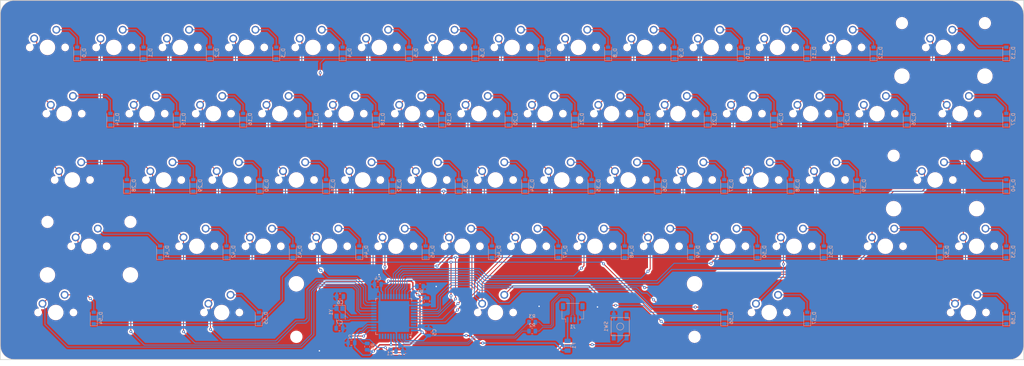
<source format=kicad_pcb>
(kicad_pcb (version 20240108) (generator "pcbnew") (generator_version "8.0")
  (layers (0 "F.Cu" signal) (31 "B.Cu" signal) (34 "B.Paste" user) (35 "F.Paste" user) (36 "B.SilkS" user "B.Silkscreen") (37 "F.SilkS" user "F.Silkscreen") (38 "B.Mask" user) (39 "F.Mask" user) (44 "Edge.Cuts" user))
  (net 0 "")
  (net 1 "col0")
  (net 2 "col1")
  (net 3 "col2")
  (net 4 "col3")
  (net 5 "col4")
  (net 6 "col5")
  (net 7 "col6")
  (net 8 "col7")
  (net 9 "col8")
  (net 10 "col9")
  (net 11 "col10")
  (net 12 "col11")
  (net 13 "col12")
  (net 14 "col13")
  (net 15 "col14")
  (net 16 "row1")
  (net 17 "row2")
  (net 18 "row3")
  (net 19 "GND")
  (net 20 "Net-(U1-UCAP)")
  (net 21 "+5V")
  (net 22 "Net-(U1-XTAL1)")
  (net 23 "Net-(U1-XTAL2)")
  (net 24 "Net-(D_0-A)")
  (net 25 "Net-(D_1-A)")
  (net 26 "Net-(D_2-A)")
  (net 27 "Net-(D_3-A)")
  (net 28 "Net-(D_4-A)")
  (net 29 "Net-(D_5-A)")
  (net 30 "Net-(D_6-A)")
  (net 31 "Net-(D_7-A)")
  (net 32 "Net-(D_8-A)")
  (net 33 "Net-(D_9-A)")
  (net 34 "Net-(D_10-A)")
  (net 35 "Net-(D_11-A)")
  (net 36 "Net-(D_12-A)")
  (net 37 "Net-(D_13-A)")
  (net 38 "Net-(D_14-A)")
  (net 39 "Net-(D_15-A)")
  (net 40 "Net-(D_16-A)")
  (net 41 "Net-(D_17-A)")
  (net 42 "Net-(D_18-A)")
  (net 43 "Net-(D_19-A)")
  (net 44 "Net-(D_20-A)")
  (net 45 "Net-(D_21-A)")
  (net 46 "Net-(D_22-A)")
  (net 47 "Net-(D_23-A)")
  (net 48 "Net-(D_24-A)")
  (net 49 "Net-(D_25-A)")
  (net 50 "Net-(D_26-A)")
  (net 51 "Net-(D_27-A)")
  (net 52 "Net-(D_28-A)")
  (net 53 "Net-(D_29-A)")
  (net 54 "Net-(D_30-A)")
  (net 55 "Net-(D_31-A)")
  (net 56 "Net-(D_32-A)")
  (net 57 "Net-(D_33-A)")
  (net 58 "Net-(D_34-A)")
  (net 59 "Net-(D_35-A)")
  (net 60 "Net-(D_36-A)")
  (net 61 "Net-(D_37-A)")
  (net 62 "Net-(D_38-A)")
  (net 63 "Net-(D_39-A)")
  (net 64 "Net-(D_40-A)")
  (net 65 "Net-(D_41-A)")
  (net 66 "Net-(D_42-A)")
  (net 67 "Net-(D_43-A)")
  (net 68 "Net-(D_44-A)")
  (net 69 "Net-(D_45-A)")
  (net 70 "Net-(D_46-A)")
  (net 71 "Net-(D_47-A)")
  (net 72 "Net-(D_48-A)")
  (net 73 "Net-(D_49-A)")
  (net 74 "Net-(D_50-A)")
  (net 75 "Net-(D_51-A)")
  (net 76 "Net-(D_52-A)")
  (net 77 "Net-(D_53-A)")
  (net 78 "Net-(D_54-A)")
  (net 79 "Net-(D_55-A)")
  (net 80 "Net-(D_56-A)")
  (net 81 "Net-(D_57-A)")
  (net 82 "Net-(D_58-A)")
  (net 83 "Net-(U1-~{HWB}{slash}PE2)")
  (net 84 "Net-(U1-~{RESET})")
  (net 90 "VCC")
  (net 92 "/D+")
  (net 93 "/D-")
  (net 94 "row0")
  (net 95 "row4")
  (footprint "MX_Only:MXOnly-1U-NoLED" (layer "F.Cu") (at 219.8375 124.5875)
    (property "Reference" "K_47")
    (property "Value" "KEYSW")
  )
  (footprint "MX_Only:MXOnly-1U-NoLED" (layer "F.Cu") (at 196.025 67.4375)
    (property "Reference" "K_6")
    (property "Value" "KEYSW")
  )
  (footprint "MX_Only:MXOnly-1U-NoLED" (layer "F.Cu") (at 319.85 86.4875)
    (property "Reference" "K_26")
    (property "Value" "KEYSW")
  )
  (footprint "MX_Only:MXOnly-1U-NoLED" (layer "F.Cu") (at 110.3 86.4875)
    (property "Reference" "K_15")
    (property "Value" "KEYSW")
  )
  (footprint "MX_Only:MXOnly-7U-ReversedStabilizers-NoLED" (layer "F.Cu") (at 210.3125 143.6375)
    (property "Reference" "K_56")
    (property "Value" "KEYSW")
  )
  (footprint "MX_Only:MXOnly-1U-NoLED" (layer "F.Cu") (at 181.7375 124.5875)
    (property "Reference" "K_45")
    (property "Value" "KEYSW")
  )
  (footprint "MX_Only:MXOnly-1U-NoLED" (layer "F.Cu") (at 276.9875 124.5875)
    (property "Reference" "K_50")
    (property "Value" "KEYSW")
  )
  (footprint "MX_Only:MXOnly-1U-NoLED" (layer "F.Cu") (at 262.7 86.4875)
    (property "Reference" "K_23")
    (property "Value" "KEYSW")
  )
  (footprint "MX_Only:MXOnly-1U-NoLED" (layer "F.Cu") (at 153.1625 105.5375)
    (property "Reference" "K_31")
    (property "Value" "KEYSW")
  )
  (footprint "MX_Only:MXOnly-1U-NoLED" (layer "F.Cu") (at 138.875 67.4375)
    (property "Reference" "K_3")
    (property "Value" "KEYSW")
  )
  (footprint "MX_Only:MXOnly-2.25U-NoLED" (layer "F.Cu") (at 336.51875 105.5375)
    (property "Reference" "K_40")
    (property "Value" "KEYSW")
  )
  (footprint "MX_Only:MXOnly-2U-NoLED" (layer "F.Cu") (at 338.9 67.4375)
    (property "Reference" "K_13")
    (property "Value" "KEYSW")
  )
  (footprint "MX_Only:MXOnly-1U-NoLED" (layer "F.Cu") (at 143.6375 124.5875)
    (property "Reference" "K_43")
    (property "Value" "KEYSW")
  )
  (footprint "MX_Only:MXOnly-1U-NoLED" (layer "F.Cu") (at 296.0375 124.5875)
    (property "Reference" "K_51")
    (property "Value" "KEYSW")
  )
  (footprint "MX_Only:MXOnly-1U-NoLED" (layer "F.Cu") (at 291.275 67.4375)
    (property "Reference" "K_11")
    (property "Value" "KEYSW")
  )
  (footprint "MX_Only:MXOnly-1U-NoLED" (layer "F.Cu") (at 348.425 124.5875)
    (property "Reference" "K_53")
    (property "Value" "KEYSW")
  )
  (footprint "MX_Only:MXOnly-1U-NoLED" (layer "F.Cu") (at 286.5125 105.5375)
    (property "Reference" "K_38")
    (property "Value" "KEYSW")
  )
  (footprint "MX_Only:MXOnly-1U-NoLED" (layer "F.Cu") (at 238.8875 124.5875)
    (property "Reference" "K_48")
    (property "Value" "KEYSW")
  )
  (footprint "MX_Only:MXOnly-1U-NoLED" (layer "F.Cu") (at 224.6 86.4875)
    (property "Reference" "K_21")
    (property "Value" "KEYSW")
  )
  (footprint "MX_Only:MXOnly-1U-NoLED" (layer "F.Cu") (at 115.0625 105.5375)
    (property "Reference" "K_29")
    (property "Value" "KEYSW")
  )
  (footprint "MX_Only:MXOnly-1U-NoLED" (layer "F.Cu") (at 119.825 67.4375)
    (property "Reference" "K_2")
    (property "Value" "KEYSW")
  )
  (footprint "MX_Only:MXOnly-1U-NoLED" (layer "F.Cu") (at 281.75 86.4875)
    (property "Reference" "K_24")
    (property "Value" "KEYSW")
  )
  (footprint "MX_Only:MXOnly-1U-NoLED" (layer "F.Cu") (at 205.55 86.4875)
    (property "Reference" "K_20")
    (property "Value" "KEYSW")
  )
  (footprint "MX_Only:MXOnly-1U-NoLED" (layer "F.Cu") (at 272.225 67.4375)
    (property "Reference" "K_10")
    (property "Value" "KEYSW")
  )
  (footprint "MX_Only:MXOnly-1U-NoLED" (layer "F.Cu") (at 100.775 67.4375)
    (property "Reference" "K_1")
    (property "Value" "KEYSW")
  )
  (footprint "MX_Only:MXOnly-1.75U-NoLED" (layer "F.Cu") (at 322.23125 124.5875)
    (property "Reference" "K_52")
    (property "Value" "KEYSW")
  )
  (footprint "MX_Only:MXOnly-1U-NoLED" (layer "F.Cu") (at 215.075 67.4375)
    (property "Reference" "K_7")
    (property "Value" "KEYSW")
  )
  (footprint "MX_Only:MXOnly-1U-NoLED" (layer "F.Cu") (at 257.9375 124.5875)
    (property "Reference" "K_49")
    (property "Value" "KEYSW")
  )
  (footprint "MX_Only:MXOnly-1U-NoLED" (layer "F.Cu") (at 200.7875 124.5875)
    (property "Reference" "K_46")
    (property "Value" "KEYSW")
  )
  (footprint "MX_Only:MXOnly-1U-NoLED" (layer "F.Cu") (at 157.925 67.4375)
    (property "Reference" "K_4")
    (property "Value" "KEYSW")
  )
  (footprint "MX_Only:MXOnly-1U-NoLED" (layer "F.Cu") (at 243.65 86.4875)
    (property "Reference" "K_22")
    (property "Value" "KEYSW")
  )
  (footprint "MX_Only:MXOnly-1U-NoLED" (layer "F.Cu") (at 300.8 86.4875)
    (property "Reference" "K_25")
    (property "Value" "KEYSW")
  )
  (footprint "MX_Only:MXOnly-1U-NoLED" (layer "F.Cu") (at 267.4625 105.5375)
    (property "Reference" "K_37")
    (property "Value" "KEYSW")
  )
  (footprint "MX_Only:MXOnly-1U-NoLED" (layer "F.Cu") (at 210.3125 105.5375)
    (property "Reference" "K_34")
    (property "Value" "KEYSW")
  )
  (footprint "MX_Only:MXOnly-1U-NoLED" (layer "F.Cu") (at 186.5 86.4875)
    (property "Reference" "K_19")
    (property "Value" "KEYSW")
  )
  (footprint "MX_Only:MXOnly-1.25U-NoLED" (layer "F.Cu") (at 84.10625 143.6375)
    (property "Reference" "K_54")
    (property "Value" "KEYSW")
  )
  (footprint "MX_Only:MXOnly-1U-NoLED" (layer "F.Cu") (at 124.5875 124.5875)
    (property "Reference" "K_42")
    (property "Value" "KEYSW")
  )
  (footprint "MX_Only:MXOnly-1U-NoLED" (layer "F.Cu") (at 310.325 67.4375)
    (property "Reference" "K_12")
    (property "Value" "KEYSW")
  )
  (footprint "MX_Only:MXOnly-1.25U-NoLED" (layer "F.Cu") (at 288.89375 143.6375)
    (property "Reference" "K_57")
    (property "Value" "KEYSW")
  )
  (footprint "MX_Only:MXOnly-1.75U-NoLED" (layer "F.Cu") (at 88.86875 105.5375)
    (property "Reference" "K_28")
    (property "Value" "KEYSW")
  )
  (footprint "MX_Only:MXOnly-1.5U-NoLED" (layer "F.Cu") (at 86.4875 86.4875)
    (property "Reference" "K_14")
    (property "Value" "KEYSW")
  )
  (footprint "MX_Only:MXOnly-1U-NoLED" (layer "F.Cu") (at 305.5625 105.5375)
    (property "Reference" "K_39")
    (property "Value" "KEYSW")
  )
  (footprint "MX_Only:MXOnly-1U-NoLED" (layer "F.Cu") (at 253.175 67.4375)
    (property "Reference" "K_9")
    (property "Value" "KEYSW")
  )
  (footprint "MX_Only:MXOnly-1.25U-NoLED" (layer "F.Cu") (at 131.73125 143.6375)
    (property "Reference" "K_55")
    (property "Value" "KEYSW")
  )
  (footprint "MX_Only:MXOnly-1U-NoLED" (layer "F.Cu") (at 172.2125 105.5375)
    (property "Reference" "K_32")
    (property "Value" "KEYSW")
  )
  (footprint "MX_Only:MXOnly-1U-NoLED" (layer "F.Cu") (at 234.125 67.4375)
    (property "Reference" "K_8")
    (property "Value" "KEYSW")
  )
  (footprint "MX_Only:MXOnly-1U-NoLED" (layer "F.Cu") (at 229.3625 105.5375)
    (property "Reference" "K_35")
    (property "Value" "KEYSW")
  )
  (footprint "MX_Only:MXOnly-1U-NoLED" (layer "F.Cu") (at 167.45 86.4875)
    (property "Reference" "K_18")
    (property "Value" "KEYSW")
  )
  (footprint "MX_Only:MXOnly-2.25U-NoLED" (layer "F.Cu") (at 93.63125 124.5875)
    (property "Reference" "K_41")
    (property "Value" "KEYSW")
  )
  (footprint "MX_Only:MXOnly-1U-NoLED" (layer "F.Cu") (at 248.4125 105.5375)
    (property "Reference" "K_36")
    (property "Value" "KEYSW")
  )
  (footprint "MX_Only:MXOnly-1U-NoLED" (layer "F.Cu") (at 129.35 86.4875)
    (property "Reference" "K_16")
    (property "Value" "KEYSW")
  )
  (footprint "MX_Only:MXOnly-1U-NoLED" (layer "F.Cu") (at 176.975 67.4375)
    (property "Reference" "K_5")
    (property "Value" "KEYSW")
  )
  (footprint "MX_Only:MXOnly-1.25U-NoLED" (layer "F.Cu") (at 346.04375 143.6375)
    (property "Reference" "K_58")
    (property "Value" "KEYSW")
  )
  (footprint "MX_Only:MXOnly-1.5U-NoLED" (layer "F.Cu") (at 343.6625 86.4875)
    (property "Reference" "K_27")
    (property "Value" "KEYSW")
  )
  (footprint "MX_Only:MXOnly-1U-NoLED" (layer "F.Cu") (at 134.1125 105.5375)
    (property "Reference" "K_30")
    (property "Value" "KEYSW")
  )
  (footprint "MX_Only:MXOnly-1U-NoLED" (layer "F.Cu") (at 162.6875 124.5875)
    (property "Reference" "K_44")
    (property "Value" "KEYSW")
  )
  (footprint "MX_Only:MXOnly-1U-NoLED" (layer "F.Cu") (at 191.2625 105.5375)
    (property "Reference" "K_33")
    (property "Value" "KEYSW")
  )
  (footprint "MX_Only:MXOnly-1U-NoLED" (layer "F.Cu") (at 148.4 86.4875)
    (property "Reference" "K_17")
    (property "Value" "KEYSW")
  )
  (footprint "MX_Only:MXOnly-1U-NoLED" (layer "F.Cu") (at 81.725 67.4375)
    (property "Reference" "K_0")
    (property "Value" "KEYSW")
  )
  (footprint "Capacitor_SMD:C_0805_2012Metric" (layer "B.Cu") (at 168.971 152.3238 180)
    (property "Reference" "C2")
    (property "Value" "0.1uF")
  )
  (footprint "Diode_SMD:D_SOD-123" (layer "B.Cu") (at 233.125 88.0628 90)
    (property "Reference" "D_21")
    (property "Value" "D")
  )
  (footprint "Diode_SMD:D_SOD-123" (layer "B.Cu") (at 328.375 88.0628 90)
    (property "Reference" "D_26")
    (property "Value" "D")
  )
  (footprint "Capacitor_SMD:C_0805_2012Metric" (layer "B.Cu") (at 182.71 154.8)
    (property "Reference" "C1")
    (property "Value" "1uF")
  )
  (footprint "Diode_SMD:D_SOD-123" (layer "B.Cu") (at 266.4625 126.1628 90)
    (property "Reference" "D_49")
    (property "Value" "D")
  )
  (footprint "Diode_SMD:D_SOD-123" (layer "B.Cu") (at 275.9875 107.1128 90)
    (property "Reference" "D_37")
    (property "Value" "D")
  )
  (footprint "Diode_SMD:D_SOD-123" (layer "B.Cu") (at 290.275 88.0628 90)
    (property "Reference" "D_24")
    (property "Value" "D")
  )
  (footprint "Crystal:Crystal_SMD_3225-4Pin_3.2x2.5mm" (layer "B.Cu") (at 165.546 143.5816 -90)
    (property "Reference" "Y1")
    (property "Value" "Crystal_GND24_Small")
  )
  (footprint "Connector_JST:JST_SH_SM04B-SRSS-TB_1x04-1MP_P1.00mm_Horizontal" (layer "B.Cu") (at 232.5116 143.7132)
    (property "Reference" "J1")
    (property "Value" "Conn_01x04")
  )
  (footprint "Diode_SMD:D_SOD-123" (layer "B.Cu") (at 218.8375 107.1128 90)
    (property "Reference" "D_34")
    (property "Value" "D")
  )
  (footprint "Diode_SMD:D_SOD-123" (layer "B.Cu") (at 114.0625 126.1628 90)
    (property "Reference" "D_41")
    (property "Value" "D")
  )
  (footprint "Diode_SMD:D_SOD-123" (layer "B.Cu") (at 95.0125 145.2128 90)
    (property "Reference" "D_54")
    (property "Value" "D")
  )
  (footprint "Diode_SMD:D_SOD-123" (layer "B.Cu") (at 309.325 88.0628 90)
    (property "Reference" "D_25")
    (property "Value" "D")
  )
  (footprint "Diode_SMD:D_SOD-123" (layer "B.Cu") (at 152.1625 126.1628 90)
    (property "Reference" "D_43")
    (property "Value" "D")
  )
  (footprint "Capacitor_SMD:C_0805_2012Metric" (layer "B.Cu") (at 165.716 139.0216)
    (property "Reference" "C6")
    (property "Value" "22pF")
  )
  (footprint "Diode_SMD:D_SOD-123" (layer "B.Cu") (at 295.0375 107.1128 90)
    (property "Reference" "D_38")
    (property "Value" "D")
  )
  (footprint "Diode_SMD:D_SOD-123" (layer "B.Cu") (at 237.8875 107.1128 90)
    (property "Reference" "D_35")
    (property "Value" "D")
  )
  (footprint "Diode_SMD:D_SOD-123" (layer "B.Cu") (at 190.2625 126.1628 90)
    (property "Reference" "D_45")
    (property "Value" "D")
  )
  (footprint "Diode_SMD:D_SOD-123" (layer "B.Cu") (at 175.975 88.0628 90)
    (property "Reference" "D_18")
    (property "Value" "D")
  )
  (footprint "Diode_SMD:D_SOD-123" (layer "B.Cu") (at 142.6375 107.1128 90)
    (property "Reference" "D_30")
    (property "Value" "D")
  )
  (footprint "Diode_SMD:D_SOD-123" (layer "B.Cu") (at 299.8 69.0128 90)
    (property "Reference" "D_11")
    (property "Value" "D")
  )
  (footprint "Diode_SMD:D_SOD-123" (layer "B.Cu") (at 128.35 69.0128 90)
    (property "Reference" "D_2")
    (property "Value" "D")
  )
  (footprint "Diode_SMD:D_SOD-123" (layer "B.Cu") (at 166.45 69.0128 90)
    (property "Reference" "D_4")
    (property "Value" "D")
  )
  (footprint "Diode_SMD:D_SOD-123" (layer "B.Cu") (at 318.85 69.0128 90)
    (property "Reference" "D_12")
    (property "Value" "D")
  )
  (footprint "Diode_SMD:D_SOD-123" (layer "B.Cu") (at 171.2125 126.1628 90)
    (property "Reference" "D_44")
    (property "Value" "D")
  )
  (footprint "Diode_SMD:D_SOD-123" (layer "B.Cu") (at 271.225 88.0628 90)
    (property "Reference" "D_23")
    (property "Value" "D")
  )
  (footprint "Capacitor_SMD:C_0805_2012Metric" (layer "B.Cu") (at 191.1096 149.3266 90)
    (property "Reference" "C5")
    (property "Value" "10uF")
  )
  (footprint "Diode_SMD:D_SOD-123" (layer "B.Cu") (at 304.5625 126.1628 90)
    (property "Reference" "D_51")
    (property "Value" "D")
  )
  (footprint "Diode_SMD:D_SOD-123" (layer "B.Cu") (at 228.3625 126.1628 90)
    (property "Reference" "D_47")
    (property "Value" "D")
  )
  (footprint "Diode_SMD:D_SOD-123" (layer "B.Cu") (at 137.875 88.0628 90)
    (property "Reference" "D_16")
    (property "Value" "D")
  )
  (footprint "Diode_SMD:D_SOD-123" (layer "B.Cu") (at 256.9375 107.1128 90)
    (property "Reference" "D_36")
    (property "Value" "D")
  )
  (footprint "Capacitor_SMD:C_0805_2012Metric" (layer "B.Cu") (at 190.61 140.41 -90)
    (property "Reference" "C3")
    (property "Value" "0.1uF")
  )
  (footprint "Diode_SMD:D_SOD-123" (layer "B.Cu") (at 356.95 126.1628 90)
    (property "Reference" "D_53")
    (property "Value" "D")
  )
  (footprint "Diode_SMD:D_SOD-123" (layer "B.Cu") (at 147.4 69.0128 90)
    (property "Reference" "D_3")
    (property "Value" "D")
  )
  (footprint "Diode_SMD:D_SOD-123" (layer "B.Cu") (at 118.825 88.0628 90)
    (property "Reference" "D_15")
    (property "Value" "D")
  )
  (footprint "Diode_SMD:D_SOD-123" (layer "B.Cu") (at 104.5375 107.1128 90)
    (property "Reference" "D_28")
    (property "Value" "D")
  )
  (footprint "Diode_SMD:D_SOD-123" (layer "B.Cu") (at 299.8 145.2128 90)
    (property "Reference" "D_57")
    (property "Value" "D")
  )
  (footprint "Fuse:Fuse_1206_3216Metric" (layer "B.Cu") (at 231.013 153.1844 90)
    (property "Reference" "F1")
    (property "Value" "Polyfuse_Small")
  )
  (footprint "Package_QFP:TQFP-44_10x10mm_P0.8mm" (layer "B.Cu") (at 181.11 144.78 90)
    (property "Reference" "U1")
    (property "Value" "ATmega32U4-A")
  )
  (footprint "Diode_SMD:D_SOD-123" (layer "B.Cu") (at 356.95 107.1128 90)
    (property "Reference" "D_40")
    (property "Value" "D")
  )
  (footprint "Diode_SMD:D_SOD-123" (layer "B.Cu") (at 133.1125 126.1628 90)
    (property "Reference" "D_42")
    (property "Value" "D")
  )
  (footprint "Resistor_SMD:R_0805_2012Metric" (layer "B.Cu") (at 220.8549 148.971 180)
    (property "Reference" "R2")
    (property "Value" "22")
  )
  (footprint "Capacitor_SMD:C_0805_2012Metric" (layer "B.Cu") (at 165.546 148.1616 180)
    (property "Reference" "C7")
    (property "Value" "22pF")
  )
  (footprint "Diode_SMD:D_SOD-123" (layer "B.Cu") (at 337.9 126.1628 90)
    (property "Reference" "D_52")
    (property "Value" "D")
  )
  (footprint "Diode_SMD:D_SOD-123" (layer "B.Cu") (at 209.3125 126.1628 90)
    (property "Reference" "D_46")
    (property "Value" "D")
  )
  (footprint "Diode_SMD:D_SOD-123" (layer "B.Cu") (at 314.0875 107.1128 90)
    (property "Reference" "D_39")
    (property "Value" "D")
  )
  (footprint "Diode_SMD:D_SOD-123" (layer "B.Cu") (at 356.95 69.0128 90)
    (property "Reference" "D_13")
    (property "Value" "D")
  )
  (footprint "Diode_SMD:D_SOD-123" (layer "B.Cu") (at 142.4 145.2128 90)
    (property "Reference" "D_55")
    (property "Value" "D")
  )
  (footprint "Diode_SMD:D_SOD-123" (layer "B.Cu") (at 280.75 69.0128 90)
    (property "Reference" "D_10")
    (property "Value" "D")
  )
  (footprint "Diode_SMD:D_SOD-123" (layer "B.Cu") (at 285.5125 126.1628 90)
    (property "Reference" "D_50")
    (property "Value" "D")
  )
  (footprint "Resistor_SMD:R_0805_2012Metric" (layer "B.Cu") (at 220.8549 146.431 180)
    (property "Reference" "R3")
    (property "Value" "22")
  )
  (footprint "Diode_SMD:D_SOD-123" (layer "B.Cu") (at 242.65 69.0128 90)
    (property "Reference" "D_8")
    (property "Value" "D")
  )
  (footprint "Diode_SMD:D_SOD-123" (layer "B.Cu") (at 90.25 69.0128 90)
    (property "Reference" "D_0")
    (property "Value" "D")
  )
  (footprint "Diode_SMD:D_SOD-123" (layer "B.Cu") (at 185.5 69.0128 90)
    (property "Reference" "D_5")
    (property "Value" "D")
  )
  (footprint "Diode_SMD:D_SOD-123" (layer "B.Cu") (at 247.4125 126.1628 90)
    (property "Reference" "D_48")
    (property "Value" "D")
  )
  (footprint "Capacitor_SMD:C_0805_2012Metric" (layer "B.Cu") (at 176.55 135.54 180)
    (property "Reference" "C4")
    (property "Value" "0.1uF")
  )
  (footprint "Diode_SMD:D_SOD-123" (layer "B.Cu") (at 161.6875 107.1128 90)
    (property "Reference" "D_31")
    (property "Value" "D")
  )
  (footprint "Diode_SMD:D_SOD-123" (layer "B.Cu") (at 180.7375 107.1128 90)
    (property "Reference" "D_32")
    (property "Value" "D")
  )
  (footprint "random-keyboard-parts:SKQG-1155865" (layer "B.Cu") (at 246.126 147.6756 90)
    (property "Reference" "SW1")
    (property "Value" "SW_Push")
  )
  (footprint "Resistor_SMD:R_0805_2012Metric" (layer "B.Cu") (at 188.6712 136.0932)
    (property "Reference" "R1")
    (property "Value" "10K")
  )
  (footprint "Diode_SMD:D_SOD-123" (layer "B.Cu") (at 356.95 88.0628 90)
    (property "Reference" "D_27")
    (property "Value" "D")
  )
  (footprint "Resistor_SMD:R_0805_2012Metric" (layer "B.Cu") (at 173.5074 153.4395 90)
    (property "Reference" "R4")
    (property "Value" "10K")
  )
  (footprint "Diode_SMD:D_SOD-123" (layer "B.Cu") (at 356.95 145.2128 90)
    (property "Reference" "D_58")
    (property "Value" "D")
  )
  (footprint "Diode_SMD:D_SOD-123" (layer "B.Cu") (at 109.3 69.0128 90)
    (property "Reference" "D_1")
    (property "Value" "D")
  )
  (footprint "Diode_SMD:D_SOD-123" (layer "B.Cu") (at 195.025 88.0628 90)
    (property "Reference" "D_19")
    (property "Value" "D")
  )
  (footprint "Diode_SMD:D_SOD-123" (layer "B.Cu") (at 261.7 69.0128 90)
    (property "Reference" "D_9")
    (property "Value" "D")
  )
  (footprint "Diode_SMD:D_SOD-123" (layer "B.Cu") (at 252.175 88.0628 90)
    (property "Reference" "D_22")
    (property "Value" "D")
  )
  (footprint "Diode_SMD:D_SOD-123" (layer "B.Cu") (at 214.075 88.0628 90)
    (property "Reference" "D_20")
    (property "Value" "D")
  )
  (footprint "Diode_SMD:D_SOD-123" (layer "B.Cu") (at 123.5875 107.1128 90)
    (property "Reference" "D_29")
    (property "Value" "D")
  )
  (footprint "Diode_SMD:D_SOD-123" (layer "B.Cu") (at 275.9875 145.2128 90)
    (property "Reference" "D_56")
    (property "Value" "D")
  )
  (footprint "Diode_SMD:D_SOD-123" (layer "B.Cu") (at 199.7875 107.1128 90)
    (property "Reference" "D_33")
    (property "Value" "D")
  )
  (footprint "Diode_SMD:D_SOD-123" (layer "B.Cu") (at 204.55 69.0128 90)
    (property "Reference" "D_6")
    (property "Value" "D")
  )
  (footprint "Diode_SMD:D_SOD-123" (layer "B.Cu") (at 99.775 88.0628 90)
    (property "Reference" "D_14")
    (property "Value" "D")
  )
  (footprint "Diode_SMD:D_SOD-123" (layer "B.Cu") (at 156.925 88.0628 90)
    (property "Reference" "D_17")
    (property "Value" "D")
  )
  (footprint "Diode_SMD:D_SOD-123" (layer "B.Cu") (at 223.6 69.0128 90)
    (property "Reference" "D_7")
    (property "Value" "D")
  )
  (gr_arc (start 69.610001 156.199999) (mid 68.574403 154.832692) (end 68.2082 153.157017) (stroke (width 0.1)) (layer "Edge.Cuts"))
  (gr_line (start 361.95 157.1625) (end 68.2 157.1625) (stroke (width 0.2)) (layer "Edge.Cuts"))
  (gr_arc (start 360.63 54.98) (mid 361.584595 56.308857) (end 361.92265 57.909741) (stroke (width 0.1)) (layer "Edge.Cuts"))
  (gr_arc (start 361.069999 155.66) (mid 359.680705 156.7648) (end 357.95 157.158986) (stroke (width 0.1)) (layer "Edge.Cuts"))
  (gr_arc (start 68.98 55.51) (mid 70.398843 54.321366) (end 72.2 53.894988) (stroke (width 0.1)) (layer "Edge.Cuts"))
  (gr_arc (start 361.946484 153.165079) (mid 361.720575 154.487134) (end 361.069998 155.659999) (stroke (width 0.1)) (layer "Edge.Cuts"))
  (gr_line (start 68.2 157.1625) (end 68.2 53.9125) (stroke (width 0.2)) (layer "Edge.Cuts"))
  (gr_arc (start 68.182489 57.909905) (mid 68.387484 56.645564) (end 68.98 55.51) (stroke (width 0.1)) (layer "Edge.Cuts"))
  (gr_line (start 361.95 53.9125) (end 361.95 157.1625) (stroke (width 0.2)) (layer "Edge.Cuts"))
  (gr_line (start 68.2 53.9125) (end 361.95 53.9125) (stroke (width 0.2)) (layer "Edge.Cuts"))
  (gr_arc (start 72.2 157.154303) (mid 70.819892 156.908137) (end 69.610001 156.199999) (stroke (width 0.1)) (layer "Edge.Cuts"))
  (gr_arc (start 357.95 53.939849) (mid 359.387386 54.209005) (end 360.63 54.98) (stroke (width 0.1)) (layer "Edge.Cuts"))
  (segment (start 83.32 84.59) (end 83.32 101.25875) (width 0.254) (layer "F.Cu") (net 1))
  (segment (start 77.915 64.8975) (end 77.915 65.055) (width 0.254) (layer "F.Cu") (net 1))
  (segment (start 77.915 65.055) (end 78.64 65.78) (width 0.254) (layer "F.Cu") (net 1))
  (segment (start 85.72 103.65875) (end 85.72 105.18) (width 0.254) (layer "F.Cu") (net 1))
  (segment (start 85.83 135.56375) (end 80.29625 141.0975) (width 0.254) (layer "F.Cu") (net 1))
  (segment (start 85.05875 102.9975) (end 85.72 103.65875) (width 0.254) (layer "F.Cu") (net 1))
  (segment (start 78.64 65.78) (end 78.64 79.91) (width 0.254) (layer "F.Cu") (net 1))
  (segment (start 83.32 101.25875) (end 85.05875 102.9975) (width 0.254) (layer "F.Cu") (net 1))
  (segment (start 82.6775 83.9475) (end 83.32 84.59) (width 0.254) (layer "F.Cu") (net 1))
  (segment (start 85.83 105.29) (end 85.83 135.56375) (width 0.254) (layer "F.Cu") (net 1))
  (segment (start 85.72 105.18) (end 85.83 105.29) (width 0.254) (layer "F.Cu") (net 1))
  (segment (start 78.64 79.91) (end 82.6775 83.9475) (width 0.254) (layer "F.Cu") (net 1))
  (segment (start 169.4688 136.0424) (end 170.561 137.1346) (width 0.254) (layer "B.Cu") (net 1))
  (segment (start 158.1912 137.5918) (end 159.7406 136.0424) (width 0.254) (layer "B.Cu") (net 1))
  (segment (start 171.577 144.0688) (end 175.3212 144.0688) (width 0.254) (layer "B.Cu") (net 1))
  (segment (start 80.29625 141.0975) (end 80.29625 141.72625) (width 0.254) (layer "B.Cu") (net 1))
  (segment (start 80.99 142.42) (end 80.99 147.06) (width 0.254) (layer "B.Cu") (net 1))
  (segment (start 87.4984 153.5684) (end 154.6352 153.5684) (width 0.254) (layer "B.Cu") (net 1))
  (segment (start 159.7406 136.0424) (end 169.4688 136.0424) (width 0.254) (layer "B.Cu") (net 1))
  (segment (start 158.1912 150.0124) (end 158.1912 137.5918) (width 0.254) (layer "B.Cu") (net 1))
  (segment (start 170.561 143.0528) (end 171.577 144.0688) (width 0.254) (layer "B.Cu") (net 1))
  (segment (start 175.3212 144.0688) (end 175.41 143.98) (width 0.254) (layer "B.Cu") (net 1))
  (segment (start 77.915 64.8975) (end 77.915 65.9008) (width 0.254) (layer "B.Cu") (net 1))
  (segment (start 154.6352 153.5684) (end 158.1912 150.0124) (width 0.254) (layer "B.Cu") (net 1))
  (segment (start 80.29625 141.72625) (end 80.99 142.42) (width 0.254) (layer "B.Cu") (net 1))
  (segment (start 170.561 137.1346) (end 170.561 143.0528) (width 0.254) (layer "B.Cu") (net 1))
  (segment (start 80.99 147.06) (end 87.4984 153.5684) (width 0.254) (layer "B.Cu") (net 1))
  (segment (start 96.965 114.90375) (end 89.82125 122.0475) (width 0.254) (layer "F.Cu") (net 2))
  (segment (start 105.65 142.84) (end 105.65 149.13) (width 0.254) (layer "F.Cu") (net 2))
  (segment (start 90.48 122.70625) (end 90.48 123.68) (width 0.254) (layer "F.Cu") (net 2))
  (segment (start 96.965 64.8975) (end 96.965 114.90375) (width 0.254) (layer "F.Cu") (net 2))
  (segment (start 90.49 127.68) (end 105.65 142.84) (width 0.254) (layer "F.Cu") (net 2))
  (segment (start 89.82125 122.0475) (end 90.48 122.70625) (width 0.254) (layer "F.Cu") (net 2))
  (segment (start 90.48 123.68) (end 90.48 124.789209) (width 0.254) (layer "F.Cu") (net 2))
  (segment (start 90.49 124.799209) (end 90.49 127.68) (width 0.254) (layer "F.Cu") (net 2))
  (segment (start 90.48 124.789209) (end 90.49 124.799209) (width 0.254) (layer "F.Cu") (net 2))
  (via (at 105.65 149.13) (size 0.8) (drill 0.4) (layers "F.Cu" "B.Cu") (net 2))
  (segment (start 171.0436 142.7734) (end 171.0436 136.8552) (width 0.254) (layer "B.Cu") (net 2))
  (segment (start 175.41 143.18) (end 171.4502 143.18) (width 0.254) (layer "B.Cu") (net 2))
  (segment (start 171.4502 143.18) (end 171.0436 142.7734) (width 0.254) (layer "B.Cu") (net 2))
  (segment (start 109.53 153.01) (end 105.65 149.13) (width 0.254) (layer "B.Cu") (net 2))
  (segment (start 157.5054 149.8346) (end 154.3304 153.0096) (width 0.254) (layer "B.Cu") (net 2))
  (segment (start 149.52 153.01) (end 109.53 153.01) (width 0.254) (layer "B.Cu") (net 2))
  (segment (start 149.5204 153.0096) (end 149.52 153.01) (width 0.254) (layer "B.Cu") (net 2))
  (segment (start 96.965 64.8975) (end 97.7138 65.6463) (width 0.254) (layer "B.Cu") (net 2))
  (segment (start 169.6974 135.509) (end 159.5374 135.509) (width 0.254) (layer "B.Cu") (net 2))
  (segment (start 171.0436 136.8552) (end 169.6974 135.509) (width 0.254) (layer "B.Cu") (net 2))
  (segment (start 157.5054 137.541) (end 157.5054 149.8346) (width 0.254) (layer "B.Cu") (net 2))
  (segment (start 159.5374 135.509) (end 157.5054 137.541) (width 0.254) (layer "B.Cu") (net 2))
  (segment (start 154.3304 153.0096) (end 149.5204 153.0096) (width 0.254) (layer "B.Cu") (net 2))
  (segment (start 111.91 103.655) (end 111.91 113.18) (width 0.254) (layer "F.Cu") (net 3))
  (segment (start 111.2525 102.9975) (end 111.91 103.655) (width 0.254) (layer "F.Cu") (net 3))
  (segment (start 120.7775 122.0475) (end 120.7775 149.1475) (width 0.254) (layer "F.Cu") (net 3))
  (segment (start 120.7775 149.1475) (end 120.79 149.16) (width 0.254) (layer "F.Cu") (net 3))
  (segment (start 107.14 84.5975) (end 107.14 98.885) (width 0.254) (layer "F.Cu") (net 3))
  (segment (start 106.49 83.9475) (end 107.14 84.5975) (width 0.254) (layer "F.Cu") (net 3))
  (segment (start 111.91 113.18) (end 120.7775 122.0475) (width 0.254) (layer "F.Cu") (net 3))
  (segment (start 116.73 73.7075) (end 106.49 83.9475) (width 0.254) (layer "F.Cu") (net 3))
  (segment (start 107.14 98.885) (end 111.2525 102.9975) (width 0.254) (layer "F.Cu") (net 3))
  (segment (start 116.73 65.6125) (end 116.73 73.7075) (width 0.254) (layer "F.Cu") (net 3))
  (segment (start 116.015 64.8975) (end 116.73 65.6125) (width 0.254) (layer "F.Cu") (net 3))
  (via (at 120.79 149.16) (size 0.8) (drill 0.4) (layers "F.Cu" "B.Cu") (net 3))
  (segment (start 153.3144 146.7104) (end 155.9306 146.7104) (width 0.254) (layer "B.Cu") (net 3))
  (segment (start 147.5994 152.4254) (end 153.3144 146.7104) (width 0.254) (layer "B.Cu") (net 3))
  (segment (start 155.9306 146.7104) (end 156.845 145.796) (width 0.254) (layer "B.Cu") (net 3))
  (segment (start 171.6278 142.0368) (end 171.971 142.38) (width 0.254) (layer "B.Cu") (net 3))
  (segment (start 156.845 145.796) (end 156.845 137.3378) (width 0.254) (layer "B.Cu") (net 3))
  (segment (start 169.926 134.9248) (end 171.6278 136.6266) (width 0.254) (layer "B.Cu") (net 3))
  (segment (start 116.015 64.8975) (end 116.7384 65.6209) (width 0.254) (layer "B.Cu") (net 3))
  (segment (start 156.845 137.3378) (end 159.258 134.9248) (width 0.254) (layer "B.Cu") (net 3))
  (segment (start 171.6278 136.6266) (end 171.6278 142.0368) (width 0.254) (layer "B.Cu") (net 3))
  (segment (start 171.971 142.38) (end 175.41 142.38) (width 0.254) (layer "B.Cu") (net 3))
  (segment (start 124.0554 152.4254) (end 147.5994 152.4254) (width 0.254) (layer "B.Cu") (net 3))
  (segment (start 159.258 134.9248) (end 169.926 134.9248) (width 0.254) (layer "B.Cu") (net 3))
  (segment (start 120.79 149.16) (end 124.0554 152.4254) (width 0.254) (layer "B.Cu") (net 3))
  (segment (start 130.81 103.505) (end 130.81 113.03) (width 0.254) (layer "F.Cu") (net 4))
  (segment (start 140.48 128.53875) (end 127.92125 141.0975) (width 0.254) (layer "F.Cu") (net 4))
  (segment (start 135.72 65.5525) (end 135.72 73.7675) (width 0.254) (layer "F.Cu") (net 4))
  (segment (start 130.81 113.03) (end 139.8275 122.0475) (width 0.254) (layer "F.Cu") (net 4))
  (segment (start 140.48 122.7) (end 140.48 128.53875) (width 0.254) (layer "F.Cu") (net 4))
  (segment (start 135.72 73.7675) (end 125.54 83.9475) (width 0.254) (layer "F.Cu") (net 4))
  (segment (start 128.49 148.44) (end 128.52 148.47) (width 0.254) (layer "F.Cu") (net 4))
  (segment (start 125.54 83.9475) (end 126.17 84.5775) (width 0.254) (layer "F.Cu") (net 4))
  (segment (start 126.17 84.5775) (end 126.17 98.865) (width 0.254) (layer "F.Cu") (net 4))
  (segment (start 126.17 98.865) (end 130.3025 102.9975) (width 0.254) (layer "F.Cu") (net 4))
  (segment (start 128.49 141.66625) (end 128.49 143.09) (width 0.254) (layer "F.Cu") (net 4))
  (segment (start 127.92125 141.0975) (end 128.49 141.66625) (width 0.254) (layer "F.Cu") (net 4))
  (segment (start 135.065 64.8975) (end 135.72 65.5525) (width 0.254) (layer "F.Cu") (net 4))
  (segment (start 128.49 143.09) (end 128.49 148.44) (width 0.254) (layer "F.Cu") (net 4))
  (segment (start 130.3025 102.9975) (end 130.81 103.505) (width 0.254) (layer "F.Cu") (net 4))
  (segment (start 139.8275 122.0475) (end 140.48 122.7) (width 0.254) (layer "F.Cu") (net 4))
  (via (at 128.52 148.47) (size 0.8) (drill 0.4) (layers "F.Cu" "B.Cu") (net 4))
  (segment (start 155.4988 146.0246) (end 156.21 145.3134) (width 0.254) (layer "B.Cu") (net 4))
  (segment (start 131.8404 151.7904) (end 147.2438 151.7904) (width 0.254) (layer "B.Cu") (net 4))
  (segment (start 153.0096 146.0246) (end 155.4988 146.0246) (width 0.254) (layer "B.Cu") (net 4))
  (segment (start 158.9278 134.2898) (end 170.2816 134.2898) (width 0.254) (layer "B.Cu") (net 4))
  (segment (start 173.0506 141.58) (end 175.41 141.58) (width 0.254) (layer "B.Cu") (net 4))
  (segment (start 156.21 145.3134) (end 156.21 137.0076) (width 0.254) (layer "B.Cu") (net 4))
  (segment (start 170.2816 134.2898) (end 172.4406 136.4488) (width 0.254) (layer "B.Cu") (net 4))
  (segment (start 172.4406 136.4488) (end 172.4406 140.97) (width 0.254) (layer "B.Cu") (net 4))
  (segment (start 128.52 148.47) (end 131.8404 151.7904) (width 0.254) (layer "B.Cu") (net 4))
  (segment (start 147.2438 151.7904) (end 153.0096 146.0246) (width 0.254) (layer "B.Cu") (net 4))
  (segment (start 172.4406 140.97) (end 173.0506 141.58) (width 0.254) (layer "B.Cu") (net 4))
  (segment (start 156.21 137.0076) (end 158.9278 134.2898) (width 0.254) (layer "B.Cu") (net 4))
  (segment (start 127.92125 141.0975) (end 128.4732 141.64945) (width 0.254) (layer "B.Cu") (net 4))
  (segment (start 145.11 84.4675) (end 145.11 98.755) (width 0.254) (layer "F.Cu") (net 5))
  (segment (start 150.02 113.19) (end 158.8775 122.0475) (width 0.254) (layer "F.Cu") (net 5))
  (segment (start 149.3525 102.9975) (end 150.02 103.665) (width 0.254) (layer "F.Cu") (net 5))
  (segment (start 144.59 83.9475) (end 145.11 84.4675) (width 0.254) (layer "F.Cu") (net 5))
  (segment (start 154.75 73.7875) (end 144.59 83.9475) (width 0.254) (layer "F.Cu") (net 5))
  (segment (start 159.51 130.84) (end 160.18 131.51) (width 0.254) (layer "F.Cu") (net 5))
  (segment (start 159.51 124.16) (end 159.51 128.86) (width 0.254) (layer "F.Cu") (net 5))
  (segment (start 159.51 123.98) (end 159.51 124.16) (width 0.254) (layer "F.Cu") (net 5))
  (segment (start 150.02 103.665) (end 150.02 113.19) (width 0.254) (layer "F.Cu") (net 5))
  (segment (start 159.51 122.68) (end 159.51 123.98) (width 0.254) (layer "F.Cu") (net 5))
  (segment (start 159.51 129.41) (end 159.51 130.84) (width 0.254) (layer "F.Cu") (net 5))
  (segment (start 154.75 65.5325) (end 154.75 73.7875) (width 0.254) (layer "F.Cu") (net 5))
  (segment (start 158.8775 122.0475) (end 159.51 122.68) (width 0.254) (layer "F.Cu") (net 5))
  (segment (start 154.115 64.8975) (end 154.75 65.5325) (width 0.254) (layer "F.Cu") (net 5))
  (segment (start 145.11 98.755) (end 149.3525 102.9975) (width 0.254) (layer "F.Cu") (net 5))
  (segment (start 159.51 128.86) (end 159.51 129.41) (width 0.254) (layer "F.Cu") (net 5))
  (via (at 160.18 131.51) (size 0.8) (drill 0.4) (layers "F.Cu" "B.Cu") (net 5))
  (segment (start 175.41 140.78) (end 173.546 140.78) (width 0.254) (layer "B.Cu") (net 5))
  (segment (start 162.2994 133.6294) (end 162.81 133.6294) (width 0.254) (layer "B.Cu") (net 5))
  (segment (start 170.5102 133.6294) (end 162.81 133.6294) (width 0.254) (layer "B.Cu") (net 5))
  (segment (start 173.0756 140.3096) (end 173.0756 136.1948) (width 0.254) (layer "B.Cu") (net 5))
  (segment (start 173.0756 136.1948) (end 170.5102 133.6294) (width 0.254) (layer "B.Cu") (net 5))
  (segment (start 160.18 131.51) (end 162.2994 133.6294) (width 0.254) (layer "B.Cu") (net 5))
  (segment (start 173.546 140.78) (end 173.0756 140.3096) (width 0.254) (layer "B.Cu") (net 5))
  (segment (start 178.58 123.87) (end 178.58 129.47) (width 0.254) (layer "F.Cu") (net 6))
  (segment (start 163.64 83.9475) (end 164.3 84.6075) (width 0.254) (layer "F.Cu") (net 6))
  (segment (start 178.58 122.7) (end 178.58 123.87) (width 0.254) (layer "F.Cu") (net 6))
  (segment (start 178.58 129.47) (end 178.58 130.49) (width 0.254) (layer "F.Cu") (net 6))
  (segment (start 173.84 73.7475) (end 163.64 83.9475) (width 0.254) (layer "F.Cu") (net 6))
  (segment (start 164.3 84.6075) (end 164.3 98.895) (width 0.254) (layer "F.Cu") (net 6))
  (segment (start 168.4025 102.9975) (end 168.97 103.565) (width 0.254) (layer "F.Cu") (net 6))
  (segment (start 164.3 98.895) (end 168.4025 102.9975) (width 0.254) (layer "F.Cu") (net 6))
  (segment (start 177.9275 122.0475) (end 178.58 122.7) (width 0.254) (layer "F.Cu") (net 6))
  (segment (start 173.84 65.5725) (end 173.84 73.7475) (width 0.254) (layer "F.Cu") (net 6))
  (segment (start 168.97 103.565) (end 168.97 113.09) (width 0.254) (layer "F.Cu") (net 6))
  (segment (start 173.165 64.8975) (end 173.84 65.5725) (width 0.254) (layer "F.Cu") (net 6))
  (segment (start 168.97 113.09) (end 177.9275 122.0475) (width 0.254) (layer "F.Cu") (net 6))
  (via (at 178.58 130.49) (size 0.8) (drill 0.4) (layers "F.Cu" "B.Cu") (net 6))
  (segment (start 178.71 136.8088) (end 178.71 139.08) (width 0.254) (layer "B.Cu") (net 6))
  (segment (start 178.58 130.49) (end 178.58 131.9202) (width 0.254) (layer "B.Cu") (net 6))
  (segment (start 180.3654 133.7056) (end 180.3654 135.1534) (width 0.254) (layer "B.Cu") (net 6))
  (segment (start 178.58 131.9202) (end 180.3654 133.7056) (width 0.254) (layer "B.Cu") (net 6))
  (segment (start 180.3654 135.1534) (end 178.71 136.8088) (width 0.254) (layer "B.Cu") (net 6))
  (segment (start 187.4525 103.9825) (end 188.2 104.73) (width 0.254) (layer "F.Cu") (net 7))
  (segment (start 188.2 104.73) (end 188.2 113.27) (width 0.254) (layer "F.Cu") (net 7))
  (segment (start 183.28 84.5375) (end 183.28 98.825) (width 0.254) (layer "F.Cu") (net 7))
  (segment (start 188.2 113.27) (end 196.9775 122.0475) (width 0.254) (layer "F.Cu") (net 7))
  (segment (start 182.69 83.9475) (end 183.28 84.5375) (width 0.254) (layer "F.Cu") (net 7))
  (segment (start 192.93 73.7075) (end 182.69 83.9475) (width 0.254) (layer "F.Cu") (net 7))
  (segment (start 193.57 130.36) (end 193.57 130.2608) (width 0.254) (layer "F.Cu") (net 7))
  (segment (start 197.55 122.62) (end 197.55 126.38) (width 0.254) (layer "F.Cu") (net 7))
  (segment (start 197.55 126.38) (end 193.57 130.36) (width 0.254) (layer "F.Cu") (net 7))
  (segment (start 187.4525 102.9975) (end 187.4525 103.9825) (width 0.254) (layer "F.Cu") (net 7))
  (segment (start 183.28 98.825) (end 187.4525 102.9975) (width 0.254) (layer "F.Cu") (net 7))
  (segment (start 192.215 64.8975) (end 192.93 65.6125) (width 0.254) (layer "F.Cu") (net 7))
  (segment (start 192.93 65.6125) (end 192.93 73.7075) (width 0.254) (layer "F.Cu") (net 7))
  (segment (start 196.9775 122.0475) (end 197.55 122.62) (width 0.254) (layer "F.Cu") (net 7))
  (via (at 193.57 130.2608) (size 0.8) (drill 0.4) (layers "F.Cu" "B.Cu") (net 7))
  (segment (start 196.9775 122.0475) (end 197.739 122.809) (width 0.254) (layer "B.Cu") (net 7))
  (segment (start 181.9148 131.572) (end 181.0004 132.4864) (width 0.254) (layer "B.Cu") (net 7))
  (segment (start 181.9402 131.572) (end 181.9148 131.572) (width 0.254) (layer "B.Cu") (net 7))
  (segment (start 193.57 130.2608) (end 183.2514 130.2608) (width 0.254) (layer "B.Cu") (net 7))
  (segment (start 181.0004 135.4328) (end 179.51 136.9232) (width 0.254) (layer "B.Cu") (net 7))
  (segment (start 179.51 136.9232) (end 179.51 139.08) (width 0.254) (layer "B.Cu") (net 7))
  (segment (start 181.0004 132.4864) (end 181.0004 135.4328) (width 0.254) (layer "B.Cu") (net 7))
  (segment (start 183.2514 130.2608) (end 181.9402 131.572) (width 0.254) (layer "B.Cu") (net 7))
  (segment (start 202.42 98.915) (end 206.5025 102.9975) (width 0.254) (layer "F.Cu") (net 8))
  (segment (start 202.42 84.6275) (end 202.42 98.915) (width 0.254) (layer "F.Cu") (net 8))
  (segment (start 216.69 122.71) (end 216.69 124.94) (width 0.254) (layer "F.Cu") (net 8))
  (segment (start 201.74 83.9475) (end 202.42 84.6275) (width 0.254) (layer "F.Cu") (net 8))
  (segment (start 212 73.6875) (end 201.74 83.9475) (width 0.254) (layer "F.Cu") (net 8))
  (segment (start 216.69 124.94) (end 206.5025 135.1275) (width 0.254) (layer "F.Cu") (net 8))
  (segment (start 207.12 103.615) (end 207.12 113.14) (width 0.254) (layer "F.Cu") (net 8))
  (segment (start 206.5025 102.9975) (end 207.12 103.615) (width 0.254) (layer "F.Cu") (net 8))
  (segment (start 212 65.6325) (end 212 73.6875) (width 0.254) (layer "F.Cu") (net 8))
  (segment (start 207.12 113.14) (end 216.0275 122.0475) (width 0.254) (layer "F.Cu") (net 8))
  (segment (start 206.5025 135.1275) (end 206.5025 141.0975) (width 0.254) (layer "F.Cu") (net 8))
  (segment (start 211.265 64.8975) (end 212 65.6325) (width 0.254) (layer "F.Cu") (net 8))
  (segment (start 216.0275 122.0475) (end 216.69 122.71) (width 0.254) (layer "F.Cu") (net 8))
  (segment (start 194.4624 142.7226) (end 193.7766 143.4084) (width 0.254) (layer "B.Cu") (net 8))
  (segment (start 188.9252 143.4084) (end 188.6966 143.1798) (width 0.254) (layer "B.Cu") (net 8))
  (segment (start 204.26 138.855) (end 204.26 136.8) (width 0.254) (layer "B.Cu") (net 8))
  (segment (start 188.6964 143.18) (end 186.81 143.18) (width 0.254) (layer "B.Cu") (net 8))
  (segment (start 194.4624 139.1666) (end 194.4624 142.7226) (width 0.254) (layer "B.Cu") (net 8))
  (segment (start 203.28 135.82) (end 197.809 135.82) (width 0.254) (layer "B.Cu") (net 8))
  (segment (start 204.26 136.8) (end 203.28 135.82) (width 0.254) (layer "B.Cu") (net 8))
  (segment (start 206.5025 141.0975) (end 204.26 138.855) (width 0.254) (layer "B.Cu") (net 8))
  (segment (start 197.809 135.82) (end 194.4624 139.1666) (width 0.254) (layer "B.Cu") (net 8))
  (segment (start 193.7766 143.4084) (end 188.9252 143.4084) (width 0.254) (layer "B.Cu") (net 8))
  (segment (start 188.6966 143.1798) (end 188.6964 143.18) (width 0.254) (layer "B.Cu") (net 8))
  (segment (start 235.72 124.05) (end 235.72 129.45) (width 0.254) (layer "F.Cu") (net 9))
  (segment (start 230.315 64.8975) (end 231.03 65.6125) (width 0.254) (layer "F.Cu") (net 9))
  (segment (start 226.12 113.09) (end 235.0775 122.0475) (width 0.254) (layer "F.Cu") (net 9))
  (segment (start 220.79 83.9475) (end 221.42 84.5775) (width 0.254) (layer "F.Cu") (net 9))
  (segment (start 221.42 84.5775) (end 221.42 98.865) (width 0.254) (layer "F.Cu") (net 9))
  (segment (start 221.42 98.865) (end 225.5525 102.9975) (width 0.254) (layer "F.Cu") (net 9))
  (segment (start 235.72 130.17) (end 234.99 130.9) (width 0.254) (layer "F.Cu") (net 9))
  (segment (start 235.0775 122.0475) (end 235.72 122.69) (width 0.254) (layer "F.Cu") (net 9))
  (segment (start 231.03 65.6125) (end 231.03 73.7075) (width 0.254) (layer "F.Cu") (net 9))
  (segment (start 235.72 122.69) (end 235.72 124.05) (width 0.254) (layer "F.Cu") (net 9))
  (segment (start 226.12 103.565) (end 226.12 113.09) (width 0.254) (layer "F.Cu") (net 9))
  (segment (start 235.72 129.45) (end 235.72 130.17) (width 0.254) (layer "F.Cu") (net 9))
  (segment (start 225.5525 102.9975) (end 226.12 103.565) (width 0.254) (layer "F.Cu") (net 9))
  (segment (start 231.03 73.7075) (end 220.79 83.9475) (width 0.254) (layer "F.Cu") (net 9))
  (via (at 234.99 130.9) (size 0.8) (drill 0.4) (layers "F.Cu" "B.Cu") (net 9))
  (segment (start 181.6608 132.715) (end 181.6608 135.7376) (width 0.254) (layer "B.Cu") (net 9))
  (segment (start 180.31 137.0884) (end 180.31 139.08) (width 0.254) (layer "B.Cu") (net 9))
  (segment (start 207.9244 133.1214) (end 205.7908 130.9878) (width 0.254) (layer "B.Cu") (net 9))
  (segment (start 181.6608 135.7376) (end 180.31 137.0884) (width 0.254) (layer "B.Cu") (net 9))
  (segment (start 232.7686 133.1214) (end 207.9244 133.1214) (width 0.254) (layer "B.Cu") (net 9))
  (segment (start 183.388 130.9878) (end 181.6608 132.715) (width 0.254) (layer "B.Cu") (net 9))
  (segment (start 205.7908 130.9878) (end 183.388 130.9878) (width 0.254) (layer "B.Cu") (net 9))
  (segment (start 234.99 130.9) (end 232.7686 133.1214) (width 0.254) (layer "B.Cu") (net 9))
  (segment (start 249.365 64.8975) (end 250.01 65.5425) (width 0.254) (layer "F.Cu") (net 10))
  (segment (start 254.1275 122.0475) (end 254.74 122.66) (width 0.254) (layer "F.Cu") (net 10))
  (segment (start 254.74 131.14) (end 254.11 131.77) (width 0.254) (layer "F.Cu") (net 10))
  (segment (start 244.6025 102.9975) (end 245.12 103.515) (width 0.254) (layer "F.Cu") (net 10))
  (segment (start 254.74 124.04) (end 254.74 131.14) (width 0.254) (layer "F.Cu") (net 10))
  (segment (start 250.01 73.7775) (end 239.84 83.9475) (width 0.254) (layer "F.Cu") (net 10))
  (segment (start 239.84 83.9475) (end 240.38 84.4875) (width 0.254) (layer "F.Cu") (net 10))
  (segment (start 254.74 122.66) (end 254.74 124.04) (width 0.254) (layer "F.Cu") (net 10))
  (segment (start 240.38 84.4875) (end 240.38 98.775) (width 0.254) (layer "F.Cu") (net 10))
  (segment (start 245.12 113.04) (end 254.1275 122.0475) (width 0.254) (layer "F.Cu") (net 10))
  (segment (start 250.01 65.5425) (end 250.01 73.7775) (width 0.254) (layer "F.Cu") (net 10))
  (segment (start 240.38 98.775) (end 244.6025 102.9975) (width 0.254) (layer "F.Cu") (net 10))
  (segment (start 245.12 103.515) (end 245.12 113.04) (width 0.254) (layer "F.Cu") (net 10))
  (via (at 254.11 131.77) (size 0.8) (drill 0.4) (layers "F.Cu" "B.Cu") (net 10))
  (segment (start 182.4228 132.9436) (end 182.4228 135.89) (width 0.254) (layer "B.Cu") (net 10))
  (segment (start 252.0982 133.7818) (end 207.5942 133.7818) (width 0.254) (layer "B.Cu") (net 10))
  (segment (start 182.4228 135.89) (end 181.11 137.2028) (width 0.254) (layer "B.Cu") (net 10))
  (segment (start 181.11 137.2028) (end 181.11 139.08) (width 0.254) (layer "B.Cu") (net 10))
  (segment (start 205.4352 131.6228) (end 183.7436 131.6228) (width 0.254) (layer "B.Cu") (net 10))
  (segment (start 254.11 131.77) (end 252.0982 133.7818) (width 0.254) (layer "B.Cu") (net 10))
  (segment (start 183.7436 131.6228) (end 182.4228 132.9436) (width 0.254) (layer "B.Cu") (net 10))
  (segment (start 207.5942 133.7818) (end 205.4352 131.6228) (width 0.254) (layer "B.Cu") (net 10))
  (segment (start 273.9 124.12) (end 273.9 127.79) (width 0.254) (layer "F.Cu") (net 11))
  (segment (start 273.1775 122.0475) (end 273.9 122.77) (width 0.254) (layer "F.Cu") (net 11))
  (segment (start 264.18 113.05) (end 273.1775 122.0475) (width 0.254) (layer "F.Cu") (net 11))
  (segment (start 269.01 73.8275) (end 258.89 83.9475) (width 0.254) (layer "F.Cu") (net 11))
  (segment (start 263.6525 102.9975) (end 264.18 103.525) (width 0.254) (layer "F.Cu") (net 11))
  (segment (start 273.9 122.77) (end 273.9 124.12) (width 0.254) (layer "F.Cu") (net 11))
  (segment (start 259.55 84.6075) (end 259.55 98.895) (width 0.254) (layer "F.Cu") (net 11))
  (segment (start 259.55 98.895) (end 263.6525 102.9975) (width 0.254) (layer "F.Cu") (net 11))
  (segment (start 258.89 83.9475) (end 259.55 84.6075) (width 0.254) (layer "F.Cu") (net 11))
  (segment (start 273.9 127.79) (end 272.19 129.5) (width 0.254) (layer "F.Cu") (net 11))
  (segment (start 264.18 103.525) (end 264.18 113.05) (width 0.254) (layer "F.Cu") (net 11))
  (segment (start 268.415 64.8975) (end 269.01 65.4925) (width 0.254) (layer "F.Cu") (net 11))
  (segment (start 269.01 65.4925) (end 269.01 73.8275) (width 0.254) (layer "F.Cu") (net 11))
  (via (at 272.19 129.5) (size 0.8) (drill 0.4) (layers "F.Cu" "B.Cu") (net 11))
  (segment (start 183.9468 132.3086) (end 183.0578 133.1976) (width 0.254) (layer "B.Cu") (net 11))
  (segment (start 183.0578 136.0932) (end 181.91 137.241) (width 0.254) (layer "B.Cu") (net 11))
  (segment (start 256.6162 134.4676) (end 207.2894 134.4676) (width 0.254) (layer "B.Cu") (net 11))
  (segment (start 273.1775 122.0475) (end 273.8374 122.7074) (width 0.254) (layer "B.Cu") (net 11))
  (segment (start 261.5838 129.5) (end 256.6162 134.4676) (width 0.254) (layer "B.Cu") (net 11))
  (segment (start 183.0578 133.1976) (end 183.0578 136.0932) (width 0.254) (layer "B.Cu") (net 11))
  (segment (start 207.2894 134.4676) (end 205.1304 132.3086) (width 0.254) (layer "B.Cu") (net 11))
  (segment (start 205.1304 132.3086) (end 183.9468 132.3086) (width 0.254) (layer "B.Cu") (net 11))
  (segment (start 272.19 129.5) (end 261.5838 129.5) (width 0.254) (layer "B.Cu") (net 11))
  (segment (start 181.91 137.241) (end 181.91 139.08) (width 0.254) (layer "B.Cu") (net 11))
  (segment (start 288.15 73.7375) (end 277.94 83.9475) (width 0.254) (layer "F.Cu") (net 12))
  (segment (start 287.465 64.8975) (end 288.15 65.5825) (width 0.254) (layer "F.Cu") (net 12))
  (segment (start 277.94 83.9475) (end 278.59 84.5975) (width 0.254) (layer "F.Cu") (net 12))
  (segment (start 283.29 103.585) (end 283.29 113.11) (width 0.254) (layer "F.Cu") (net 12))
  (segment (start 278.59 84.5975) (end 278.59 98.885) (width 0.254) (layer "F.Cu") (net 12))
  (segment (start 292.2275 122.0475) (end 292.97 122.79) (width 0.254) (layer "F.Cu") (net 12))
  (segment (start 292.97 122.79) (end 292.97 124.17) (width 0.254) (layer "F.Cu") (net 12))
  (segment (start 282.7025 102.9975) (end 283.29 103.585) (width 0.254) (layer "F.Cu") (net 12))
  (segment (start 283.29 113.11) (end 292.2275 122.0475) (width 0.254) (layer "F.Cu") (net 12))
  (segment (start 288.15 65.5825) (end 288.15 73.7375) (width 0.254) (layer "F.Cu") (net 12))
  (segment (start 292.97 124.17) (end 292.97 129.71) (width 0.254) (layer "F.Cu") (net 12))
  (segment (start 278.59 98.885) (end 282.7025 102.9975) (width 0.254) (layer "F.Cu") (net 12))
  (via (at 292.97 129.71) (size 0.8) (drill 0.4) (layers "F.Cu" "B.Cu") (net 12))
  (segment (start 204.724 133.0452) (end 206.9338 135.255) (width 0.254) (layer "B.Cu") (net 12))
  (segment (start 260.86 131.26) (end 292.42 131.26) (width 0.254) (layer "B.Cu") (net 12))
  (segment (start 182.71 137.203) (end 183.642 136.271) (width 0.254) (layer "B.Cu") (net 12))
  (segment (start 260.6548 131.4704) (end 260.6548 131.4652) (width 0.254) (layer "B.Cu") (net 12))
  (segment (start 206.9338 135.255) (end 256.8702 135.255) (width 0.254) (layer "B.Cu") (net 12))
  (segment (start 292.97 130.71) (end 292.97 133.21125) (width 0.254) (layer "B.Cu") (net 12))
  (segment (start 183.642 136.271) (end 183.642 133.5278) (width 0.254) (layer "B.Cu") (net 12))
  (segment (start 292.97 133.21125) (end 285.08375 141.0975) (width 0.254) (layer "B.Cu") (net 12))
  (segment (start 292.97 129.71) (end 292.97 130.71) (width 0.254) (layer "B.Cu") (net 12))
  (segment (start 184.1246 133.0452) (end 204.724 133.0452) (width 0.254) (layer "B.Cu") (net 12))
  (segment (start 183.642 133.5278) (end 184.1246 133.0452) (width 0.254) (layer "B.Cu") (net 12))
  (segment (start 182.71 139.08) (end 182.71 137.203) (width 0.254) (layer "B.Cu") (net 12))
  (segment (start 260.6548 131.4652) (end 260.86 131.26) (width 0.254) (layer "B.Cu") (net 12))
  (segment (start 292.42 131.26) (end 292.97 130.71) (width 0.254) (layer "B.Cu") (net 12))
  (segment (start 256.8702 135.255) (end 260.6548 131.4704) (width 0.254) (layer "B.Cu") (net 12))
  (segment (start 306.515 64.8975) (end 307.2 65.5825) (width 0.254) (layer "F.Cu") (net 13))
  (segment (start 254.0254 136.4996) (end 253.1364 136.4996) (width 0.254) (layer "F.Cu") (net 13))
  (segment (start 268.478 140.0302) (end 257.556 140.0302) (width 0.254) (layer "F.Cu") (net 13))
  (segment (start 271.5514 134.646559) (end 271.5514 136.9568) (width 0.254) (layer "F.Cu") (net 13))
  (segment (start 302.42 109.41) (end 309.31 116.3) (width 0.254) (layer "F.Cu") (net 13))
  (segment (start 297.64 84.5975) (end 297.64 98.885) (width 0.254) (layer "F.Cu") (net 13))
  (segment (start 307.2 65.5825) (end 307.2 73.7375) (width 0.254) (layer "F.Cu") (net 13))
  (segment (start 302.42 103.665) (end 302.42 109.41) (width 0.254) (layer "F.Cu") (net 13))
  (segment (start 296.99 83.9475) (end 297.64 84.5975) (width 0.254) (layer "F.Cu") (net 13))
  (segment (start 297.64 98.885) (end 301.7525 102.9975) (width 0.254) (layer "F.Cu") (net 13))
  (segment (start 307.2 73.7375) (end 296.99 83.9475) (width 0.254) (layer "F.Cu") (net 13))
  (segment (start 308.41 132.0038) (end 274.194159 132.0038) (width 0.254) (layer "F.Cu") (net 13))
  (segment (start 271.5514 136.9568) (end 268.478 140.0302) (width 0.254) (layer "F.Cu") (net 13))
  (segment (start 274.194159 132.0038) (end 271.5514 134.646559) (width 0.254) (layer "F.Cu") (net 13))
  (segment (start 257.556 140.0302) (end 254.0254 136.4996) (width 0.254) (layer "F.Cu") (net 13))
  (segment (start 309.31 131.1038) (end 308.41 132.0038) (width 0.254) (layer "F.Cu") (net 13))
  (segment (start 309.31 116.3) (end 309.31 131.1038) (width 0.254) (layer "F.Cu") (net 13))
  (segment (start 301.7525 102.9975) (end 302.42 103.665) (width 0.254) (layer "F.Cu") (net 13))
  (via (at 253.1364 136.4996) (size 0.8) (drill 0.4) (layers "F.Cu" "B.Cu") (net 13))
  (segment (start 253.1364 136.4996) (end 252.6284 135.9916) (width 0.254) (layer "B.Cu") (net 13))
  (segment (start 184.277 136.525) (end 183.51 137.292) (width 0.254) (layer "B.Cu") (net 13))
  (segment (start 184.785 133.731) (end 184.277 134.239) (width 0.254) (layer "B.Cu") (net 13))
  (segment (start 184.277 134.239) (end 184.277 136.525) (width 0.254) (layer "B.Cu") (net 13))
  (segment (start 183.51 137.292) (end 183.51 139.08) (width 0.254) (layer "B.Cu") (net 13))
  (segment (start 252.6284 135.9916) (end 206.629 135.9916) (width 0.254) (layer "B.Cu") (net 13))
  (segment (start 206.629 135.9916) (end 204.3684 133.731) (width 0.254) (layer "B.Cu") (net 13))
  (segment (start 204.3684 133.731) (end 184.785 133.731) (width 0.254) (layer "B.Cu") (net 13))
  (segment (start 306.0954 132.6388) (end 310.870546 132.6388) (width 0.254) (layer "F.Cu") (net 14))
  (segment (start 319.11 124.28) (end 319.11 124.399345) (width 0.254) (layer "F.Cu") (net 14))
  (segment (start 272.2118 134.8232) (end 272.2118 137.287) (width 0.254) (layer "F.Cu") (net 14))
  (segment (start 333.44 108.16) (end 332.78 108.82) (width 0.254) (layer "F.Cu") (net 14))
  (segment (start 310.870546 132.6388) (end 311.379673 132.129673) (width 0.254) (layer "F.Cu") (net 14))
  (segment (start 274.3962 132.6388) (end 272.2118 134.8232) (width 0.254) (layer "F.Cu") (net 14))
  (segment (start 318.42125 122.0475) (end 319.11 122.73625) (width 0.254) (layer "F.Cu") (net 14))
  (segment (start 332.78 108.82) (end 324.58 108.82) (width 0.254) (layer "F.Cu") (net 14))
  (segment (start 324.58 108.82) (end 324.265 109.135) (width 0.254) (layer "F.Cu") (net 14))
  (segment (start 323.5075 102.9975) (end 332.70875 102.9975) (width 0.254) (layer "F.Cu") (net 14))
  (segment (start 324.265 109.135) (end 318.42125 114.97875) (width 0.254) (layer "F.Cu") (net 14))
  (segment (start 332.70875 102.9975) (end 333.44 103.72875) (width 0.254) (layer "F.Cu") (net 14))
  (segment (start 305.3588 132.6388) (end 274.3962 132.6388) (width 0.254) (layer "F.Cu") (net 14))
  (segment (start 319.11 124.399345) (end 311.379673 132.129673) (width 0.254) (layer "F.Cu") (net 14))
  (segment (start 318.42125 114.97875) (end 318.42125 122.0475) (width 0.254) (layer "F.Cu") (net 14))
  (segment (start 333.44 103.72875) (end 333.44 108.16) (width 0.254) (layer "F.Cu") (net 14))
  (segment (start 268.859 140.6398) (end 256.3622 140.6398) (width 0.254) (layer "F.Cu") (net 14))
  (segment (start 316.04 83.9475) (end 316.62 84.5275) (width 0.254) (layer "F.Cu") (net 14))
  (segment (start 256.3622 140.6398) (end 255.7272 140.0048) (width 0.254) (layer "F.Cu") (net 14))
  (segment (start 316.62 84.5275) (end 316.62 96.11) (width 0.254) (layer "F.Cu") (net 14))
  (segment (start 306.0954 132.6388) (end 305.3588 132.6388) (width 0.254) (layer "F.Cu") (net 14))
  (segment (start 319.11 122.73625) (end 319.11 124.28) (width 0.254) (layer "F.Cu") (net 14))
  (segment (start 272.2118 137.287) (end 268.859 140.6398) (width 0.254) (layer "F.Cu") (net 14))
  (segment (start 316.62 96.11) (end 323.5075 102.9975) (width 0.254) (layer "F.Cu") (net 14))
  (via (at 255.7272 140.0048) (size 0.8) (drill 0.4) (layers "F.Cu" "B.Cu") (net 14))
  (segment (start 184.8866 134.5946) (end 185.1152 134.366) (width 0.254) (layer "B.Cu") (net 14))
  (segment (start 250.8504 136.525) (end 252.3744 138.049) (width 0.254) (layer "B.Cu") (net 14))
  (segment (start 184.31 137.4064) (end 184.8866 136.8298) (width 0.254) (layer "B.Cu") (net 14))
  (segment (start 184.8866 136.8298) (end 184.8866 134.5946) (width 0.254) (layer "B.Cu") (net 14))
  (segment (start 185.1152 134.366) (end 204.0636 134.366) (width 0.254) (layer "B.Cu") (net 14))
  (segment (start 252.3744 138.049) (end 253.7714 138.049) (width 0.254) (layer "B.Cu") (net 14))
  (segment (start 318.42125 122.0475) (end 319.024 122.65025) (width 0.254) (layer "B.Cu") (net 14))
  (segment (start 204.0636 134.366) (end 206.2226 136.525) (width 0.254) (layer "B.Cu") (net 14))
  (segment (start 184.31 139.08) (end 184.31 137.4064) (width 0.254) (layer "B.Cu") (net 14))
  (segment (start 253.7714 138.049) (end 255.7272 140.0048) (width 0.254) (layer "B.Cu") (net 14))
  (segment (start 206.2226 136.525) (end 250.8504 136.525) (width 0.254) (layer "B.Cu") (net 14))
  (segment (start 339.8525 83.9475) (end 340.48 84.575) (width 0.254) (layer "F.Cu") (net 15))
  (segment (start 274.701 133.5278) (end 304.2158 133.5278) (width 0.254) (layer "F.Cu") (net 15))
  (segment (start 340.48 84.575) (end 340.48 96.05) (width 0.254) (layer "F.Cu") (net 15))
  (segment (start 273.0246 137.668) (end 273.0246 135.2042) (width 0.254) (layer "F.Cu") (net 15))
  (segment (start 335.09 64.8975) (end 335.8 65.6075) (width 0.254) (layer "F.Cu") (net 15))
  (segment (start 344.615 100.185) (end 344.615 122.0475) (width 0.254) (layer "F.Cu") (net 15))
  (segment (start 340.48 96.05) (end 344.615 100.185) (width 0.254) (layer "F.Cu") (net 15))
  (segment (start 344.615 122.0475) (end 345.24 122.6725) (width 0.254) (layer "F.Cu") (net 15))
  (segment (start 273.0246 135.2042) (end 274.701 133.5278) (width 0.254) (layer "F.Cu") (net 15))
  (segment (start 304.2158 133.5278) (end 306.648 135.96) (width 0.254) (layer "F.Cu") (net 15))
  (segment (start 345.24 138.09125) (end 342.23375 141.0975) (width 0.254) (layer "F.Cu") (net 15))
  (segment (start 335.8 79.895) (end 339.8525 83.9475) (width 0.254) (layer "F.Cu") (net 15))
  (segment (start 335.8 65.6075) (end 335.8 79.895) (width 0.254) (layer "F.Cu") (net 15))
  (segment (start 267.6906 142.0876) (end 268.605 142.0876) (width 0.254) (layer "F.Cu") (net 15))
  (segment (start 345.24 122.6725) (end 345.24 138.09125) (width 0.254) (layer "F.Cu") (net 15))
  (segment (start 268.605 142.0876) (end 273.0246 137.668) (width 0.254) (layer "F.Cu") (net 15))
  (segment (start 306.648 135.96) (end 337.09625 135.96) (width 0.254) (layer "F.Cu") (net 15))
  (segment (start 337.09625 135.96) (end 342.23375 141.0975) (width 0.254) (layer "F.Cu") (net 15))
  (via (at 267.6906 142.0876) (size 0.8) (drill 0.4) (layers "F.Cu" "B.Cu") (net 15))
  (segment (start 255.4478 142.0622) (end 250.6472 137.2616) (width 0.254) (layer "B.Cu") (net 15))
  (segment (start 214.1474 140.7922) (end 212.3948 140.7922) (width 0.254) (layer "B.Cu") (net 15))
  (segment (start 193.8274 140.228656) (end 193.8274 142.113) (width 0.254) (layer "B.Cu") (net 15))
  (segment (start 212.3948 140.7922) (end 211.4042 140.7922) (width 0.254) (layer "B.Cu") (net 15))
  (segment (start 193.3702 142.7734) (end 189.0014 142.7734) (width 0.254) (layer "B.Cu") (net 15))
  (segment (start 255.4732 142.0876) (end 255.4478 142.0622) (width 0.254) (layer "B.Cu") (net 15))
  (segment (start 193.4972 142.6464) (end 193.3702 142.7734) (width 0.254) (layer "B.Cu") (net 15))
  (segment (start 207.8482 137.2362) (end 205.7654 137.2362) (width 0.254) (layer "B.Cu") (net 15))
  (segment (start 250.6472 137.2616) (end 249.5804 137.2616) (width 0.254) (layer "B.Cu") (net 15))
  (segment (start 197.5866 135.1026) (end 193.8274 138.8618) (width 0.254) (layer "B.Cu") (net 15))
  (segment (start 205.7654 137.2362) (end 203.6318 135.1026) (width 0.254) (layer "B.Cu") (net 15))
  (segment (start 217.678 137.2616) (end 214.1474 140.7922) (width 0.254) (layer "B.Cu") (net 15))
  (segment (start 186.81 142.38) (end 188.608 142.38) (width 0.254) (layer "B.Cu") (net 15))
  (segment (start 193.8274 138.8618) (end 193.8274 140.228656) (width 0.254) (layer "B.Cu") (net 15))
  (segment (start 203.6318 135.1026) (end 197.5866 135.1026) (width 0.254) (layer "B.Cu") (net 15))
  (segment (start 267.6906 142.0876) (end 256.5146 142.0876) (width 0.254) (layer "B.Cu") (net 15))
  (segment (start 256.5146 142.0876) (end 255.4732 142.0876) (width 0.254) (layer "B.Cu") (net 15))
  (segment (start 193.8274 142.3162) (end 193.548 142.5956) (width 0.254) (layer "B.Cu") (net 15))
  (segment (start 189.0014 142.7734) (end 188.7601 142.5321) (width 0.254) (layer "B.Cu") (net 15))
  (segment (start 249.5804 137.2616) (end 217.678 137.2616) (width 0.254) (layer "B.Cu") (net 15))
  (segment (start 193.8274 142.113) (end 193.8274 142.3162) (width 0.254) (layer "B.Cu") (net 15))
  (segment (start 211.4042 140.7922) (end 207.8482 137.2362) (width 0.254) (layer "B.Cu") (net 15))
  (segment (start 193.548 142.5956) (end 193.4972 142.6464) (width 0.254) (layer "B.Cu") (net 15))
  (segment (start 188.608 142.38) (end 188.7601 142.5321) (width 0.254) (layer "B.Cu") (net 15))
  (segment (start 202.67 110.6) (end 202.67 103.2428) (width 0.254) (layer "F.Cu") (net 16))
  (segment (start 212.28 128.04) (end 212.28 120.21) (width 0.254) (layer "F.Cu") (net 16))
  (segment (start 199.39 142.92) (end 205.15 137.16) (width 0.254) (layer "F.Cu") (net 16))
  (segment (start 212.28 120.21) (end 202.67 110.6) (width 0.254) (layer "F.Cu") (net 16))
  (segment (start 205.15 135.17) (end 212.28 128.04) (width 0.254) (layer "F.Cu") (net 16))
  (segment (start 205.15 137.16) (end 205.15 135.17) (width 0.254) (layer "F.Cu") (net 16))
  (segment (start 202.67 103.2428) (end 189.14 89.7128) (width 0.254) (layer "F.Cu") (net 16))
  (via (at 199.39 142.92) (size 0.8) (drill 0.4) (layers "F.Cu" "B.Cu") (net 16))
  (via (at 189.14 89.7128) (size 0.8) (drill 0.4) (layers "F.Cu" "B.Cu") (net 16))
  (segment (start 195.93 146.38) (end 197.68 144.63) (width 0.254) (layer "B.Cu") (net 16))
  (segment (start 290.275 89.7128) (end 290.449 89.7128) (width 0.254) (layer "B.Cu") (net 16))
  (segment (start 186.81 146.38) (end 195.93 146.38) (width 0.254) (layer "B.Cu") (net 16))
  (segment (start 189.14 89.7128) (end 99.775 89.7128) (width 0.254) (layer "B.Cu") (net 16))
  (segment (start 199.39 142.92) (end 197.68 144.63) (width 0.254) (layer "B.Cu") (net 16))
  (segment (start 356.95 89.7128) (end 189.14 89.7128) (width 0.254) (layer "B.Cu") (net 16))
  (segment (start 203.56 122.72) (end 203.56 137.06) (width 0.254) (layer "F.Cu") (net 17))
  (segment (start 195.46 108.7628) (end 195.46 114.62) (width 0.254) (layer "F.Cu") (net 17))
  (segment (start 195.46 114.62) (end 203.56 122.72) (width 0.254) (layer "F.Cu") (net 17))
  (segment (start 203.56 137.06) (end 199.56 141.06) (width 0.254) (layer "F.Cu") (net 17))
  (via (at 195.46 108.7628) (size 0.8) (drill 0.4) (layers "F.Cu" "B.Cu") (net 17))
  (via (at 199.56 141.06) (size 0.8) (drill 0.4) (layers "F.Cu" "B.Cu") (net 17))
  (segment (start 123.5875 108.7628) (end 123.7488 108.7628) (width 0.254) (layer "B.Cu") (net 17))
  (segment (start 314.0875 108.7628) (end 314.3504 108.7628) (width 0.254) (layer "B.Cu") (net 17))
  (segment (start 186.81 145.58) (end 195.04 145.58) (width 0.254) (layer "B.Cu") (net 17))
  (segment (start 104.5375 108.7628) (end 195.46 108.7628) (width 0.254) (layer "B.Cu") (net 17))
  (segment (start 195.04 145.58) (end 199.56 141.06) (width 0.254) (layer "B.Cu") (net 17))
  (segment (start 195.46 108.7628) (end 356.95 108.7628) (width 0.254) (layer "B.Cu") (net 17))
  (segment (start 198.87 139.7) (end 198.87 127.8128) (width 0.254) (layer "F.Cu") (net 18))
  (via (at 198.87 139.7) (size 0.8) (drill 0.4) (layers "F.Cu" "B.Cu") (net 18))
  (via (at 198.87 127.8128) (size 0.8) (drill 0.4) (layers "F.Cu" "B.Cu") (net 18))
  (segment (start 198.87 127.8128) (end 114.0625 127.8128) (width 0.254) (layer "B.Cu") (net 18))
  (segment (start 198.87 139.7) (end 198.87 139.82) (width 0.254) (layer "B.Cu") (net 18))
  (segment (start 337.9 127.8128) (end 337.9724 127.8128) (width 0.254) (layer "B.Cu") (net 18))
  (segment (start 304.5625 127.8128) (end 304.673 127.8128) (width 0.254) (layer "B.Cu") (net 18))
  (segment (start 152.1625 127.8128) (end 152.2984 127.8128) (width 0.254) (layer "B.Cu") (net 18))
  (segment (start 198.87 139.82) (end 194.36 144.33) (width 0.254) (layer "B.Cu") (net 18))
  (segment (start 186.81 144.78) (end 193.91 144.78) (width 0.254) (layer "B.Cu") (net 18))
  (segment (start 356.95 127.8128) (end 198.87 127.8128) (width 0.254) (layer "B.Cu") (net 18))
  (segment (start 171.2125 127.8128) (end 171.3738 127.8128) (width 0.254) (layer "B.Cu") (net 18))
  (segment (start 193.91 144.78) (end 194.36 144.33) (width 0.254) (layer "B.Cu") (net 18))
  (segment (start 193.04 136.14) (end 193.04 136.16) (width 0.254) (layer "F.Cu") (net 19))
  (segment (start 239.51 141.96) (end 239.6 142.05) (width 0.254) (layer "F.Cu") (net 19))
  (via (at 176.9 132.76) (size 0.8) (drill 0.4) (layers "F.Cu" "B.Cu") (net 19))
  (via (at 159.78 154.65) (size 0.8) (drill 0.4) (layers "F.Cu" "B.Cu") (net 19))
  (via (at 239.6 142.05) (size 0.8) (drill 0.4) (layers "F.Cu" "B.Cu") (net 19))
  (via (at 222.84 141.86) (size 0.8) (drill 0.4) (layers "F.Cu" "B.Cu") (net 19))
  (via (at 193.31 136.16) (size 0.8) (drill 0.4) (layers "F.Cu" "B.Cu") (net 19))
  (segment (start 183.66 153.4086) (end 183.4757 153.2243) (width 0.381) (layer "B.Cu") (net 19))
  (segment (start 166.496 149.0228) (end 166.496 148.1616) (width 0.381) (layer "B.Cu") (net 19))
  (segment (start 165.7604 149.7584) (end 166.496 149.0228) (width 0.381) (layer "B.Cu") (net 19))
  (segment (start 190.61 141.36) (end 191.9314 141.36) (width 0.381) (layer "B.Cu") (net 19))
  (segment (start 169.2404 146.38) (end 167.4622 148.1582) (width 0.381) (layer "B.Cu") (net 19))
  (segment (start 190.39 141.58) (end 186.81 141.58) (width 0.381) (layer "B.Cu") (net 19))
  (segment (start 163.1696 149.7584) (end 165.7604 149.7584) (width 0.381) (layer "B.Cu") (net 19))
  (segment (start 184.7652 155.9052) (end 186.3 155.9052) (width 0.381) (layer "B.Cu") (net 19))
  (segment (start 179.5226 141.58) (end 177.11 143.9926) (width 0.381) (layer "B.Cu") (net 19))
  (segment (start 179.4638 147.0278) (end 181.91 149.474) (width 0.381) (layer "B.Cu") (net 19))
  (segment (start 167.2302 148.1616) (end 166.496 148.1616) (width 0.381) (layer "B.Cu") (net 19))
  (segment (start 175.6 135.54) (end 175.6 136.484) (width 0.381) (layer "B.Cu") (net 19))
  (segment (start 178.816 146.38) (end 179.4638 147.0278) (width 0.381) (layer "B.Cu") (net 19))
  (segment (start 241.4042 144.5756) (end 234.0116 151.9682) (width 0.381) (layer "B.Cu") (net 19))
  (segment (start 180.416 147.98) (end 179.4638 147.0278) (width 0.381) (layer "B.Cu") (net 19))
  (segment (start 190.713 147.98) (end 186.81 147.98) (width 0.381) (layer "B.Cu") (net 19))
  (segment (start 186.81 141.58) (end 179.5226 141.58) (width 0.381) (layer "B.Cu") (net 19))
  (segment (start 166.396 144.2816) (end 166.396 144.6816) (width 0.25) (layer "B.Cu") (net 19))
  (segment (start 183.66 154.8) (end 183.66 153.4086) (width 0.381) (layer "B.Cu") (net 19))
  (segment (start 164.696 142.4816) (end 164.696 142.5816) (width 0.25) (layer "B.Cu") (net 19))
  (segment (start 189.8904 136.0932) (end 192.4304 138.6332) (width 0.381) (layer "B.Cu") (net 19))
  (segment (start 191.9478 141.3764) (end 192.4304 140.8938) (width 0.381) (layer "B.Cu") (net 19))
  (segment (start 167.2336 148.1582) (end 167.2302 148.1616) (width 0.381) (layer "B.Cu") (net 19))
  (segment (start 234.0116 154.6846) (end 234.0116 151.9682) (width 0.381) (layer "B.Cu") (net 19))
  (segment (start 181.91 149.474) (end 181.91 150.48) (width 0.381) (layer "B.Cu") (net 19))
  (segment (start 244.276 144.5756) (end 241.4042 144.5756) (width 0.381) (layer "B.Cu") (net 19))
  (segment (start 189.5837 136.0932) (end 189.8904 136.0932) (width 0.381) (layer "B.Cu") (net 19))
  (segment (start 164.696 142.5966) (end 164.696 142.4816) (width 0.25) (layer "B.Cu") (net 19))
  (segment (start 170.8912 147.701) (end 172.1356 147.701) (width 0.381) (layer "B.Cu") (net 19))
  (segment (start 186.81 147.98) (end 180.416 147.98) (width 0.381) (layer "B.Cu") (net 19))
  (segment (start 191.9314 141.36) (end 191.9478 141.3764) (width 0.381) (layer "B.Cu") (net 19))
  (segment (start 175.6 136.484) (end 177.11 137.994) (width 0.381) (layer "B.Cu") (net 19))
  (segment (start 162.7632 143.002) (end 162.7632 149.352) (width 0.381) (layer "B.Cu") (net 19))
  (segment (start 164.766 142.4116) (end 164.696 142.4816) (width 0.381) (layer "B.Cu") (net 19))
  (segment (start 162.7632 149.352) (end 163.1696 149.7584) (width 0.381) (layer "B.Cu") (net 19))
  (segment (start 177.11 137.994) (end 177.11 139.08) (width 0.381) (layer "B.Cu") (net 19))
  (segment (start 190.61 141.36) (end 190.39 141.58) (width 0.381) (layer "B.Cu") (net 19))
  (segment (start 186.3 155.9052) (end 232.791 155.9052) (width 0.381) (layer "B.Cu") (net 19))
  (segment (start 168.021 150.5712) (end 170.8912 147.701) (width 0.381) (layer "B.Cu") (net 19))
  (segment (start 175.41 146.38) (end 173.4566 146.38) (width 0.381) (layer "B.Cu") (net 19))
  (segment (start 181.91 151.6586) (end 183.4757 153.2243) (width 0.381) (layer "B.Cu") (net 19))
  (segment (start 164.696 142.4816) (end 163.2836 142.4816) (width 0.381) (layer "B.Cu") (net 19))
  (segment (start 175.41 146.38) (end 178.816 146.38) (width 0.381) (layer "B.Cu") (net 19))
  (segment (start 177.11 144.674) (end 178.816 146.38) (width 0.381) (layer "B.Cu") (net 19))
  (segment (start 168.021 152.3238) (end 168.021 150.5712) (width 0.381) (layer "B.Cu") (net 19))
  (segment (start 173.4566 146.38) (end 169.2404 146.38) (width 0.381) (layer "B.Cu") (net 19))
  (segment (start 177.11 143.9926) (end 177.11 144.674) (width 0.381) (layer "B.Cu") (net 19))
  (segment (start 164.696 142.5816) (end 166.396 144.2816) (width 0.254) (layer "B.Cu") (net 19))
  (segment (start 167.4622 148.1582) (end 167.2336 148.1582) (width 0.381) (layer "B.Cu") (net 19))
  (segment (start 172.1356 147.701) (end 173.4566 146.38) (width 0.381) (layer "B.Cu") (net 19))
  (segment (start 164.766 139.0216) (end 164.766 142.4116) (width 0.381) (layer "B.Cu") (net 19))
  (segment (start 232.791 155.9052) (end 234.0116 154.6846) (width 0.381) (layer "B.Cu") (net 19))
  (segment (start 234.0116 151.9682) (end 234.0116 145.7132) (width 0.381) (layer "B.Cu") (net 19))
  (segment (start 177.11 139.08) (end 177.11 143.9926) (width 0.381) (layer "B.Cu") (net 19))
  (segment (start 192.4304 140.8938) (end 192.4304 138.6332) (width 0.381) (layer "B.Cu") (net 19))
  (segment (start 183.66 154.8) (end 184.7652 155.9052) (width 0.381) (layer "B.Cu") (net 19))
  (segment (start 163.2836 142.4816) (end 162.7632 143.002) (width 0.381) (layer "B.Cu") (net 19))
  (segment (start 181.91 150.48) (end 181.91 151.6586) (width 0.381) (layer "B.Cu") (net 19))
  (segment (start 191.1096 148.3766) (end 190.713 147.98) (width 0.381) (layer "B.Cu") (net 19))
  (segment (start 181.11 150.48) (end 181.11 151.75) (width 0.254) (layer "B.Cu") (net 20))
  (segment (start 181.76 152.4) (end 181.76 154.8) (width 0.254) (layer "B.Cu") (net 20))
  (segment (start 181.11 151.75) (end 181.76 152.4) (width 0.254) (layer "B.Cu") (net 20))
  (segment (start 185.6994 152.9303) (end 185.166 152.9303) (width 0.381) (layer "F.Cu") (net 21))
  (segment (start 186.1566 134.62) (end 179.6288 134.62) (width 0.381) (layer "F.Cu") (net 21))
  (segment (start 180.34 152.908) (end 180.3177 152.9303) (width 0.381) (layer "F.Cu") (net 21))
  (segment (start 177.0919 152.9303) (end 175.2854 154.7368) (width 0.381) (layer "F.Cu") (net 21))
  (segment (start 188.020594 138.54173) (end 188.6458 139.166936) (width 0.381) (layer "F.Cu") (net 21))
  (segment (start 185.6994 152.8826) (end 185.6994 152.9303) (width 0.381) (layer "F.Cu") (net 21))
  (segment (start 188.020594 138.54173) (end 186.6138 137.134936) (width 0.381) (layer "F.Cu") (net 21))
  (segment (start 188.6458 139.166936) (end 188.6458 148.6662) (width 0.381) (layer "F.Cu") (net 21))
  (segment (start 180.3177 152.9303) (end 177.0919 152.9303) (width 0.381) (layer "F.Cu") (net 21))
  (segment (start 186.6138 137.134936) (end 186.6138 135.0772) (width 0.381) (layer "F.Cu") (net 21))
  (segment (start 185.166 152.9303) (end 180.3623 152.9303) (width 0.381) (layer "F.Cu") (net 21))
  (segment (start 185.6517 152.9303) (end 185.166 152.9303) (width 0.381) (layer "F.Cu") (net 21))
  (segment (start 205.359 152.4254) (end 206.6544 152.4254) (width 0.381) (layer "F.Cu") (net 21))
  (segment (start 189.2808 149.3012) (end 185.6994 152.8826) (width 0.381) (layer "F.Cu") (net 21))
  (segment (start 180.3623 152.9303) (end 180.34 152.908) (width 0.381) (layer "F.Cu") (net 21))
  (segment (start 179.6288 134.62) (end 179.6034 134.5946) (width 0.381) (layer "F.Cu") (net 21))
  (segment (start 186.6138 135.0772) (end 186.1566 134.62) (width 0.381) (layer "F.Cu") (net 21))
  (segment (start 203.2036 150.27) (end 205.359 152.4254) (width 0.381) (layer "F.Cu") (net 21))
  (segment (start 188.6458 148.6662) (end 189.2808 149.3012) (width 0.381) (layer "F.Cu") (net 21))
  (segment (start 201.93 150.27) (end 203.2036 150.27) (width 0.381) (layer "F.Cu") (net 21))
  (via (at 206.6544 152.4254) (size 0.8) (drill 0.4) (layers "F.Cu" "B.Cu") (net 21))
  (via (at 189.2808 149.3012) (size 0.8) (drill 0.4) (layers "F.Cu" "B.Cu") (net 21))
  (via (at 179.6034 134.5946) (size 0.8) (drill 0.4) (layers "F.Cu" "B.Cu") (net 21))
  (via (at 188.020594 138.54173) (size 0.8) (drill 0.4) (layers "F.Cu" "B.Cu") (net 21))
  (via (at 175.2854 154.7368) (size 0.8) (drill 0.4) (layers "F.Cu" "B.Cu") (net 21))
  (via (at 180.34 152.908) (size 0.8) (drill 0.4) (layers "F.Cu" "B.Cu") (net 21))
  (via (at 201.93 150.27) (size 0.8) (drill 0.4) (layers "F.Cu" "B.Cu") (net 21))
  (segment (start 190.61 139.46) (end 189.9526 139.46) (width 0.381) (layer "B.Cu") (net 21))
  (segment (start 177.4952 137.3124) (end 177.5 137.3076) (width 0.381) (layer "B.Cu") (net 21))
  (segment (start 180.34 150.51) (end 180.31 150.48) (width 0.381) (layer "B.Cu") (net 21))
  (segment (start 188.8104 148.78) (end 186.81 148.78) (width 0.381) (layer "B.Cu") (net 21))
  (segment (start 188.235864 138.757) (end 190.246 138.757) (width 0.381) (layer "B.Cu") (net 21))
  (segment (start 175.2854 154.7368) (end 174.1424 155.8798) (width 0.381) (layer "B.Cu") (net 21))
  (segment (start 189.2808 149.2504) (end 188.8104 148.78) (width 0.381) (layer "B.Cu") (net 21))
  (segment (start 189.4459 139.9667) (end 188.6326 140.78) (width 0.381) (layer "B.Cu") (net 21))
  (segment (start 188.020594 138.54173) (end 188.235864 138.757) (width 0.381) (layer "B.Cu") (net 21))
  (segment (start 169.921 153.6142) (end 169.921 152.3238) (width 0.381) (layer "B.Cu") (net 21))
  (segment (start 173.8922 154.7368) (end 173.5074 154.352) (width 0.381) (layer "B.Cu") (net 21))
  (segment (start 177.5 137.3076) (end 177.5 135.54) (width 0.381) (layer "B.Cu") (net 21))
  (segment (start 190.246 139.096) (end 190.61 139.46) (width 0.381) (layer "B.Cu") (net 21))
  (segment (start 201.93 150.2766) (end 201.93 150.27) (width 0.381) (layer "B.Cu") (net 21))
  (segment (start 180.34 152.908) (end 180.34 150.51) (width 0.381) (layer "B.Cu") (net 21))
  (segment (start 179.6034 134.5946) (end 179.6034 134.8994) (width 0.381) (layer "B.Cu") (net 21))
  (segment (start 189.2808 149.3012) (end 189.2808 149.2504) (width 0.381) (layer "B.Cu") (net 21))
  (segment (start 179.6034 134.8994) (end 179.1716 135.3312) (width 0.381) (layer "B.Cu") (net 21))
  (segment (start 172.1866 155.8798) (end 169.921 153.6142) (width 0.381) (layer "B.Cu") (net 21))
  (segment (start 169.921 152.3238) (end 169.921 150.119) (width 0.381) (layer "B.Cu") (net 21))
  (segment (start 231.013 154.5844) (end 229.5652 154.5844) (width 0.381) (layer "B.Cu") (net 21))
  (segment (start 229.5652 154.5844) (end 227.4062 152.4254) (width 0.381) (layer "B.Cu") (net 21))
  (segment (start 201.93 150.2766) (end 191.1096 150.2766) (width 0.381) (layer "B.Cu") (net 21))
  (segment (start 190.246 138.757) (end 190.246 139.096) (width 0.381) (layer "B.Cu") (net 21))
  (segment (start 184.5541 151.7301) (end 184.31 151.486) (width 0.381) (layer "B.Cu") (net 21))
  (segment (start 171.941258 148.717) (end 173.478258 147.18) (width 0.381) (layer "B.Cu") (net 21))
  (segment (start 189.9526 139.46) (end 189.4459 139.9667) (width 0.381) (layer "B.Cu") (net 21))
  (segment (start 173.478258 147.18) (end 175.41 147.18) (width 0.381) (layer "B.Cu") (net 21))
  (segment (start 189.6561 151.7301) (end 184.5541 151.7301) (width 0.381) (layer "B.Cu") (net 21))
  (segment (start 177.7088 135.3312) (end 177.5 135.54) (width 0.381) (layer "B.Cu") (net 21))
  (segment (start 174.1424 155.8798) (end 172.1866 155.8798) (width 0.381) (layer "B.Cu") (net 21))
  (segment (start 171.323 148.717) (end 171.941258 148.717) (width 0.381) (layer "B.Cu") (net 21))
  (segment (start 177.91 139.08) (end 177.91 137.7272) (width 0.381) (layer "B.Cu") (net 21))
  (segment (start 179.1716 135.3312) (end 177.7088 135.3312) (width 0.381) (layer "B.Cu") (net 21))
  (segment (start 227.4062 152.4254) (end 206.6544 152.4254) (width 0.381) (layer "B.Cu") (net 21))
  (segment (start 191.1096 150.2766) (end 189.6561 151.7301) (width 0.381) (layer "B.Cu") (net 21))
  (segment (start 188.6326 140.78) (end 186.81 140.78) (width 0.381) (layer "B.Cu") (net 21))
  (segment (start 189.3316 149.3012) (end 189.2808 149.3012) (width 0.381) (layer "B.Cu") (net 21))
  (segment (start 191.1096 150.2766) (end 190.307 150.2766) (width 0.381) (layer "B.Cu") (net 21))
  (segment (start 175.2854 154.7368) (end 173.8922 154.7368) (width 0.381) (layer "B.Cu") (net 21))
  (segment (start 190.307 150.2766) (end 189.3316 149.3012) (width 0.381) (layer "B.Cu") (net 21))
  (segment (start 184.31 151.486) (end 184.31 150.48) (width 0.381) (layer "B.Cu") (net 21))
  (segment (start 169.921 150.119) (end 171.323 148.717) (width 0.381) (layer "B.Cu") (net 21))
  (segment (start 177.91 137.7272) (end 177.4952 137.3124) (width 0.381) (layer "B.Cu") (net 21))
  (segment (start 166.396 142.4816) (end 166.396 139.2916) (width 0.254) (layer "B.Cu") (net 22))
  (segment (start 166.396 139.2916) (end 166.666 139.0216) (width 0.254) (layer "B.Cu") (net 22))
  (segment (start 166.396 142.4816) (end 168.6944 144.78) (width 0.254) (layer "B.Cu") (net 22))
  (segment (start 168.6944 144.78) (end 175.41 144.78) (width 0.254) (layer "B.Cu") (net 22))
  (segment (start 168.3004 145.8976) (end 168.618 145.58) (width 0.254) (layer "B.Cu") (net 23))
  (segment (start 165.658 145.8976) (end 168.3004 145.8976) (width 0.254) (layer "B.Cu") (net 23))
  (segment (start 168.618 145.58) (end 175.41 145.58) (width 0.254) (layer "B.Cu") (net 23))
  (segment (start 164.696 144.9356) (end 165.658 145.8976) (width 0.254) (layer "B.Cu") (net 23))
  (segment (start 164.696 144.6816) (end 164.696 144.9356) (width 0.254) (layer "B.Cu") (net 23))
  (segment (start 164.696 144.6816) (end 164.696 148.0616) (width 0.254) (layer "B.Cu") (net 23))
  (segment (start 164.696 148.0616) (end 164.596 148.1616) (width 0.254) (layer "B.Cu") (net 23))
  (segment (start 90.25 64.5452) (end 90.25 67.3628) (width 0.254) (layer "B.Cu") (net 24))
  (segment (start 84.265 62.3575) (end 88.0623 62.3575) (width 0.254) (layer "B.Cu") (net 24))
  (segment (start 88.0623 62.3575) (end 90.25 64.5452) (width 0.254) (layer "B.Cu") (net 24))
  (segment (start 103.315 62.3575) (end 107.1631 62.3575) (width 0.254) (layer "B.Cu") (net 25))
  (segment (start 109.3 64.4944) (end 109.3 67.3628) (width 0.254) (layer "B.Cu") (net 25))
  (segment (start 107.1631 62.3575) (end 109.3 64.4944) (width 0.254) (layer "B.Cu") (net 25))
  (segment (start 128.35 64.5452) (end 128.35 67.3628) (width 0.254) (layer "B.Cu") (net 26))
  (segment (start 126.1623 62.3575) (end 128.35 64.5452) (width 0.254) (layer "B.Cu") (net 26))
  (segment (start 122.365 62.3575) (end 126.1623 62.3575) (width 0.254) (layer "B.Cu") (net 26))
  (segment (start 145.0345 62.3575) (end 147.4 64.723) (width 0.254) (layer "B.Cu") (net 27))
  (segment (start 147.4 64.723) (end 147.4 67.3628) (width 0.254) (layer "B.Cu") (net 27))
  (segment (start 141.415 62.3575) (end 145.0345 62.3575) (width 0.254) (layer "B.Cu") (net 27))
  (segment (start 166.45 65.8152) (end 166.45 67.3628) (width 0.254) (layer "B.Cu") (net 28))
  (segment (start 162.9923 62.3575) (end 166.45 65.8152) (width 0.254) (layer "B.Cu") (net 28))
  (segment (start 160.465 62.3575) (end 162.9923 62.3575) (width 0.254) (layer "B.Cu") (net 28))
  (segment (start 182.4741 62.3575) (end 185.5 65.3834) (width 0.254) (layer "B.Cu") (net 29))
  (segment (start 179.515 62.3575) (end 182.4741 62.3575) (width 0.254) (layer "B.Cu") (net 29))
  (segment (start 185.5 65.3834) (end 185.5 67.3628) (width 0.254) (layer "B.Cu") (net 29))
  (segment (start 198.565 62.3575) (end 201.7019 62.3575) (width 0.254) (layer "B.Cu") (net 30))
  (segment (start 204.55 65.2056) (end 204.55 67.3628) (width 0.254) (layer "B.Cu") (net 30))
  (segment (start 201.7019 62.3575) (end 204.55 65.2056) (width 0.254) (layer "B.Cu") (net 30))
  (segment (start 223.6 64.8246) (end 223.6 67.3628) (width 0.254) (layer "B.Cu") (net 31))
  (segment (start 221.1329 62.3575) (end 223.6 64.8246) (width 0.254) (layer "B.Cu") (net 31))
  (segment (start 217.615 62.3575) (end 221.1329 62.3575) (width 0.254) (layer "B.Cu") (net 31))
  (segment (start 236.665 62.3575) (end 240.4369 62.3575) (width 0.254) (layer "B.Cu") (net 32))
  (segment (start 240.4369 62.3575) (end 242.65 64.5706) (width 0.254) (layer "B.Cu") (net 32))
  (segment (start 242.65 64.5706) (end 242.65 67.3628) (width 0.254) (layer "B.Cu") (net 32))
  (segment (start 255.715 62.3575) (end 258.6741 62.3575) (width 0.254) (layer "B.Cu") (net 33))
  (segment (start 258.6741 62.3575) (end 261.7 65.3834) (width 0.254) (layer "B.Cu") (net 33))
  (segment (start 261.7 65.3834) (end 261.7 67.3628) (width 0.254) (layer "B.Cu") (net 33))
  (segment (start 280.75 65.0278) (end 280.75 67.3628) (width 0.254) (layer "B.Cu") (net 34))
  (segment (start 278.0797 62.3575) (end 280.75 65.0278) (width 0.254) (layer "B.Cu") (net 34))
  (segment (start 274.765 62.3575) (end 278.0797 62.3575) (width 0.254) (layer "B.Cu") (net 34))
  (segment (start 296.7741 62.3575) (end 299.8 65.3834) (width 0.254) (layer "B.Cu") (net 35))
  (segment (start 293.815 62.3575) (end 296.7741 62.3575) (width 0.254) (layer "B.Cu") (net 35))
  (segment (start 299.8 65.3834) (end 299.8 67.3628) (width 0.254) (layer "B.Cu") (net 35))
  (segment (start 315.3669 62.3575) (end 318.85 65.8406) (width 0.254) (layer "B.Cu") (net 36))
  (segment (start 318.85 65.8406) (end 318.85 67.3628) (width 0.254) (layer "B.Cu") (net 36))
  (segment (start 312.865 62.3575) (end 315.3669 62.3575) (width 0.254) (layer "B.Cu") (net 36))
  (segment (start 341.44 62.3575) (end 344.0181 62.3575) (width 0.254) (layer "B.Cu") (net 37))
  (segment (start 344.0181 62.3575) (end 349.0234 67.3628) (width 0.254) (layer "B.Cu") (net 37))
  (segment (start 349.0234 67.3628) (end 356.95 67.3628) (width 0.254) (layer "B.Cu") (net 37))
  (segment (start 89.0275 81.4075) (end 98.5855 81.4075) (width 0.254) (layer "B.Cu") (net 38))
  (segment (start 98.5855 81.4075) (end 99.775 82.597) (width 0.254) (layer "B.Cu") (net 38))
  (segment (start 99.775 82.597) (end 99.775 86.4128) (width 0.254) (layer "B.Cu") (net 38))
  (segment (start 116.8151 81.4075) (end 118.825 83.4174) (width 0.254) (layer "B.Cu") (net 39))
  (segment (start 118.825 83.4174) (end 118.825 86.4128) (width 0.254) (layer "B.Cu") (net 39))
  (segment (start 112.84 81.4075) (end 116.8151 81.4075) (width 0.254) (layer "B.Cu") (net 39))
  (segment (start 135.4333 81.4075) (end 137.875 83.8492) (width 0.254) (layer "B.Cu") (net 40))
  (segment (start 137.875 83.8492) (end 137.875 86.4128) (width 0.254) (layer "B.Cu") (net 40))
  (segment (start 131.89 81.4075) (end 135.4333 81.4075) (width 0.254) (layer "B.Cu") (net 40))
  (segment (start 154.6611 81.4075) (end 156.925 83.6714) (width 0.254) (layer "B.Cu") (net 41))
  (segment (start 156.925 83.6714) (end 156.925 86.4128) (width 0.254) (layer "B.Cu") (net 41))
  (segment (start 150.94 81.4075) (end 154.6611 81.4075) (width 0.254) (layer "B.Cu") (net 41))
  (segment (start 173.6857 81.4075) (end 175.975 83.6968) (width 0.254) (layer "B.Cu") (net 42))
  (segment (start 175.975 83.6968) (end 175.975 86.4128) (width 0.254) (layer "B.Cu") (net 42))
  (segment (start 169.99 81.4075) (end 173.6857 81.4075) (width 0.254) (layer "B.Cu") (net 42))
  (segment (start 189.04 81.4075) (end 192.7103 81.4075) (width 0.254) (layer "B.Cu") (net 43))
  (segment (start 192.7103 81.4075) (end 195.025 83.7222) (width 0.254) (layer "B.Cu") (net 43))
  (segment (start 195.025 83.7222) (end 195.025 86.4128) (width 0.254) (layer "B.Cu") (net 43))
  (segment (start 211.9889 81.4075) (end 214.075 83.4936) (width 0.254) (layer "B.Cu") (net 44))
  (segment (start 214.075 83.4936) (end 214.075 86.4128) (width 0.254) (layer "B.Cu") (net 44))
  (segment (start 208.09 81.4075) (end 211.9889 81.4075) (width 0.254) (layer "B.Cu") (net 44))
  (segment (start 231.1151 81.4075) (end 233.125 83.4174) (width 0.254) (layer "B.Cu") (net 45))
  (segment (start 227.14 81.4075) (end 231.1151 81.4075) (width 0.254) (layer "B.Cu") (net 45))
  (segment (start 233.125 83.4174) (end 233.125 86.4128) (width 0.254) (layer "B.Cu") (net 45))
  (segment (start 252.175 84.5858) (end 252.175 86.4128) (width 0.254) (layer "B.Cu") (net 46))
  (segment (start 246.19 81.4075) (end 248.9967 81.4075) (width 0.254) (layer "B.Cu") (net 46))
  (segment (start 248.9967 81.4075) (end 252.175 84.5858) (width 0.254) (layer "B.Cu") (net 46))
  (segment (start 271.225 84.535) (end 271.225 86.4128) (width 0.254) (layer "B.Cu") (net 47))
  (segment (start 268.0975 81.4075) (end 271.225 84.535) (width 0.254) (layer "B.Cu") (net 47))
  (segment (start 265.24 81.4075) (end 268.0975 81.4075) (width 0.254) (layer "B.Cu") (net 47))
  (segment (start 288.6715 81.4075) (end 290.275 83.011) (width 0.254) (layer "B.Cu") (net 48))
  (segment (start 284.29 81.4075) (end 288.6715 81.4075) (width 0.254) (layer "B.Cu") (net 48))
  (segment (start 290.275 83.011) (end 290.275 86.4128) (width 0.254) (layer "B.Cu") (net 48))
  (segment (start 309.325 83.2396) (end 309.325 86.4128) (width 0.254) (layer "B.Cu") (net 49))
  (segment (start 303.34 81.4075) (end 307.4929 81.4075) (width 0.254) (layer "B.Cu") (net 49))
  (segment (start 307.4929 81.4075) (end 309.325 83.2396) (width 0.254) (layer "B.Cu") (net 49))
  (segment (start 328.375 84.1032) (end 328.375 86.4128) (width 0.254) (layer "B.Cu") (net 50))
  (segment (start 325.6793 81.4075) (end 328.375 84.1032) (width 0.254) (layer "B.Cu") (net 50))
  (segment (start 322.39 81.4075) (end 325.6793 81.4075) (width 0.254) (layer "B.Cu") (net 50))
  (segment (start 356.95 84.4334) (end 356.95 86.4128) (width 0.254) (layer "B.Cu") (net 51))
  (segment (start 353.9241 81.4075) (end 356.95 84.4334) (width 0.254) (layer "B.Cu") (net 51))
  (segment (start 346.2025 81.4075) (end 353.9241 81.4075) (width 0.254) (layer "B.Cu") (net 51))
  (segment (start 103.3353 100.4575) (end 104.5375 101.6597) (width 0.254) (layer "B.Cu") (net 52))
  (segment (start 104.5375 101.6597) (end 104.5375 105.4628) (width 0.254) (layer "B.Cu") (net 52))
  (segment (start 91.40875 100.4575) (end 103.3353 100.4575) (width 0.254) (layer "B.Cu") (net 52))
  (segment (start 117.6025 100.4575) (end 122.2253 100.4575) (width 0.254) (layer "B.Cu") (net 53))
  (segment (start 122.2253 100.4575) (end 123.5875 101.8197) (width 0.254) (layer "B.Cu") (net 53))
  (segment (start 123.5875 101.8197) (end 123.5875 105.4628) (width 0.254) (layer "B.Cu") (net 53))
  (segment (start 142.6375 102.4547) (end 142.6375 105.4628) (width 0.254) (layer "B.Cu") (net 54))
  (segment (start 136.6525 100.4575) (end 140.6403 100.4575) (width 0.254) (layer "B.Cu") (net 54))
  (segment (start 140.6403 100.4575) (end 142.6375 102.4547) (width 0.254) (layer "B.Cu") (net 54))
  (segment (start 159.8935 100.4575) (end 161.6875 102.2515) (width 0.254) (layer "B.Cu") (net 55))
  (segment (start 161.6875 102.2515) (end 161.6875 105.4628) (width 0.254) (layer "B.Cu") (net 55))
  (segment (start 155.7025 100.4575) (end 159.8935 100.4575) (width 0.254) (layer "B.Cu") (net 55))
  (segment (start 180.7375 102.4547) (end 180.7375 105.4628) (width 0.254) (layer "B.Cu") (net 56))
  (segment (start 178.7403 100.4575) (end 180.7375 102.4547) (width 0.254) (layer "B.Cu") (net 56))
  (segment (start 174.7525 100.4575) (end 178.7403 100.4575) (width 0.254) (layer "B.Cu") (net 56))
  (segment (start 199.7875 103.2167) (end 199.7875 105.4628) (width 0.254) (layer "B.Cu") (net 57))
  (segment (start 197.0283 100.4575) (end 199.7875 103.2167) (width 0.254) (layer "B.Cu") (net 57))
  (segment (start 193.8025 100.4575) (end 197.0283 100.4575) (width 0.254) (layer "B.Cu") (net 57))
  (segment (start 218.8375 103.0135) (end 218.8375 105.4628) (width 0.254) (layer "B.Cu") (net 58))
  (segment (start 216.2815 100.4575) (end 218.8375 103.0135) (width 0.254) (layer "B.Cu") (net 58))
  (segment (start 212.8525 100.4575) (end 216.2815 100.4575) (width 0.254) (layer "B.Cu") (net 58))
  (segment (start 237.8875 103.5215) (end 237.8875 105.4628) (width 0.254) (layer "B.Cu") (net 59))
  (segment (start 231.9025 100.4575) (end 234.8235 100.4575) (width 0.254) (layer "B.Cu") (net 59))
  (segment (start 234.8235 100.4575) (end 237.8875 103.5215) (width 0.254) (layer "B.Cu") (net 59))
  (segment (start 250.9525 100.4575) (end 254.5847 100.4575) (width 0.254) (layer "B.Cu") (net 60))
  (segment (start 256.9375 102.8103) (end 256.9375 105.4628) (width 0.254) (layer "B.Cu") (net 60))
  (segment (start 254.5847 100.4575) (end 256.9375 102.8103) (width 0.254) (layer "B.Cu") (net 60))
  (segment (start 273.4569 100.4575) (end 275.9875 102.9881) (width 0.254) (layer "B.Cu") (net 61))
  (segment (start 270.0025 100.4575) (end 273.4569 100.4575) (width 0.254) (layer "B.Cu") (net 61))
  (segment (start 275.9875 102.9881) (end 275.9875 105.4628) (width 0.254) (layer "B.Cu") (net 61))
  (segment (start 289.0525 100.4575) (end 292.7863 100.4575) (width 0.254) (layer "B.Cu") (net 62))
  (segment (start 292.7863 100.4575) (end 295.0375 102.7087) (width 0.254) (layer "B.Cu") (net 62))
  (segment (start 295.0375 102.7087) (end 295.0375 105.4628) (width 0.254) (layer "B.Cu") (net 62))
  (segment (start 308.1025 100.4575) (end 311.6839 100.4575) (width 0.254) (layer "B.Cu") (net 63))
  (segment (start 311.6839 100.4575) (end 314.0875 102.8611) (width 0.254) (layer "B.Cu") (net 63))
  (segment (start 314.0875 102.8611) (end 314.0875 105.4628) (width 0.254) (layer "B.Cu") (net 63))
  (segment (start 345.3389 100.4575) (end 339.05875 100.4575) (width 0.254) (layer "B.Cu") (net 64))
  (segment (start 356.95 105.4628) (end 350.3442 105.4628) (width 0.254) (layer "B.Cu") (net 64))
  (segment (start 350.3442 105.4628) (end 345.3389 100.4575) (width 0.254) (layer "B.Cu") (net 64))
  (segment (start 110.6823 121.1326) (end 114.0625 124.5128) (width 0.254) (layer "B.Cu") (net 65))
  (segment (start 97.79635 121.1326) (end 110.6823 121.1326) (width 0.254) (layer "B.Cu") (net 65))
  (segment (start 96.17125 119.5075) (end 97.79635 121.1326) (width 0.254) (layer "B.Cu") (net 65))
  (segment (start 127.1275 119.5075) (end 131.0899 119.5075) (width 0.254) (layer "B.Cu") (net 66))
  (segment (start 133.1125 121.5301) (end 133.1125 124.5128) (width 0.254) (layer "B.Cu") (net 66))
  (segment (start 131.0899 119.5075) (end 133.1125 121.5301) (width 0.254) (layer "B.Cu") (net 66))
  (segment (start 146.1775 119.5075) (end 149.4033 119.5075) (width 0.254) (layer "B.Cu") (net 67))
  (segment (start 149.4033 119.5075) (end 152.1625 122.2667) (width 0.254) (layer "B.Cu") (net 67))
  (segment (start 152.1625 122.2667) (end 152.1625 124.5128) (width 0.254) (layer "B.Cu") (net 67))
  (segment (start 165.2275 119.5075) (end 168.1993 119.5075) (width 0.254) (layer "B.Cu") (net 68))
  (segment (start 171.2125 122.5207) (end 171.2125 124.5128) (width 0.254) (layer "B.Cu") (net 68))
  (segment (start 168.1993 119.5075) (end 171.2125 122.5207) (width 0.254) (layer "B.Cu") (net 68))
  (segment (start 184.2775 119.5075) (end 187.2747 119.5075) (width 0.254) (layer "B.Cu") (net 69))
  (segment (start 190.2625 122.4953) (end 190.2625 124.5128) (width 0.254) (layer "B.Cu") (net 69))
  (segment (start 187.2747 119.5075) (end 190.2625 122.4953) (width 0.254) (layer "B.Cu") (net 69))
  (segment (start 203.3275 119.5075) (end 206.6295 119.5075) (width 0.254) (layer "B.Cu") (net 70))
  (segment (start 206.6295 119.5075) (end 209.3125 122.1905) (width 0.254) (layer "B.Cu") (net 70))
  (segment (start 209.3125 122.1905) (end 209.3125 124.5128) (width 0.254) (layer "B.Cu") (net 70))
  (segment (start 224.9683 119.5075) (end 228.3625 122.9017) (width 0.254) (layer "B.Cu") (net 71))
  (segment (start 228.3625 122.9017) (end 228.3625 124.5128) (width 0.254) (layer "B.Cu") (net 71))
  (segment (start 222.3775 119.5075) (end 224.9683 119.5075) (width 0.254) (layer "B.Cu") (net 71))
  (segment (start 247.4125 121.2761) (end 247.4125 124.5128) (width 0.254) (layer "B.Cu") (net 72))
  (segment (start 245.6439 119.5075) (end 247.4125 121.2761) (width 0.254) (layer "B.Cu") (net 72))
  (segment (start 241.4275 119.5075) (end 245.6439 119.5075) (width 0.254) (layer "B.Cu") (net 72))
  (segment (start 264.8463 119.5075) (end 266.4625 121.1237) (width 0.254) (layer "B.Cu") (net 73))
  (segment (start 260.4775 119.5075) (end 264.8463 119.5075) (width 0.254) (layer "B.Cu") (net 73))
  (segment (start 266.4625 121.1237) (end 266.4625 124.5128) (width 0.254) (layer "B.Cu") (net 73))
  (segment (start 279.5275 119.5075) (end 283.3629 119.5075) (width 0.254) (layer "B.Cu") (net 74))
  (segment (start 283.3629 119.5075) (end 285.5125 121.6571) (width 0.254) (layer "B.Cu") (net 74))
  (segment (start 285.5125 121.6571) (end 285.5125 124.5128) (width 0.254) (layer "B.Cu") (net 74))
  (segment (start 298.5775 119.5075) (end 302.6161 119.5075) (width 0.254) (layer "B.Cu") (net 75))
  (segment (start 304.5625 121.4539) (end 304.5625 124.5128) (width 0.254) (layer "B.Cu") (net 75))
  (segment (start 302.6161 119.5075) (end 304.5625 121.4539) (width 0.254) (layer "B.Cu") (net 75))
  (segment (start 332.8947 119.5075) (end 337.9 124.5128) (width 0.254) (layer "B.Cu") (net 76))
  (segment (start 324.77125 119.5075) (end 332.8947 119.5075) (width 0.254) (layer "B.Cu") (net 76))
  (segment (start 356.95 121.5682) (end 356.95 124.5128) (width 0.254) (layer "B.Cu") (net 77))
  (segment (start 350.965 119.5075) (end 354.8893 119.5075) (width 0.254) (layer "B.Cu") (net 77))
  (segment (start 354.8893 119.5075) (end 356.95 121.5682) (width 0.254) (layer "B.Cu") (net 77))
  (segment (start 86.64625 138.5575) (end 92.9645 138.5575) (width 0.254) (layer "F.Cu") (net 78))
  (segment (start 92.9645 138.5575) (end 94.0054 139.5984) (width 0.254) (layer "F.Cu") (net 78))
  (via (at 94.0054 139.5984) (size 0.8) (drill 0.4) (layers "F.Cu" "B.Cu") (net 78))
  (segment (start 94.0054 139.5984) (end 95.0125 140.6055) (width 0.254) (layer "B.Cu") (net 78))
  (segment (start 95.0125 140.6055) (end 95.0125 143.5628) (width 0.254) (layer "B.Cu") (net 78))
  (segment (start 134.27125 138.5575) (end 137.3947 138.5575) (width 0.254) (layer "B.Cu") (net 79))
  (segment (start 137.3947 138.5575) (end 142.4 143.5628) (width 0.254) (layer "B.Cu") (net 79))
  (segment (start 237.109 135.9916) (end 242.697 141.5796) (width 0.254) (layer "F.Cu") (net 80))
  (segment (start 215.4184 135.9916) (end 237.109 135.9916) (width 0.254) (layer "F.Cu") (net 80))
  (segment (start 212.8525 138.5575) (end 215.4184 135.9916) (width 0.254) (layer "F.Cu") (net 80))
  (segment (start 242.697 141.5796) (end 244.8052 141.5796) (width 0.254) (layer "F.Cu") (net 80))
  (via (at 244.8052 141.5796) (size 0.8) (drill 0.4) (layers "F.Cu" "B.Cu") (net 80))
  (segment (start 244.8052 141.5796) (end 252.8062 141.5796) (width 0.254) (layer "B.Cu") (net 80))
  (segment (start 252.8062 141.5796) (end 254.7894 143.5628) (width 0.254) (layer "B.Cu") (net 80))
  (segment (start 254.7894 143.5628) (end 275.9875 143.5628) (width 0.254) (layer "B.Cu") (net 80))
  (segment (start 299.8 140.5166) (end 299.8 143.5628) (width 0.254) (layer "B.Cu") (net 81))
  (segment (start 297.8409 138.5575) (end 299.8 140.5166) (width 0.254) (layer "B.Cu") (net 81))
  (segment (start 291.43375 138.5575) (end 297.8409 138.5575) (width 0.254) (layer "B.Cu") (net 81))
  (segment (start 348.58375 138.5575) (end 354.2543 138.5575) (width 0.254) (layer "B.Cu") (net 82))
  (segment (start 356.95 141.2532) (end 356.95 143.5628) (width 0.254) (layer "B.Cu") (net 82))
  (segment (start 354.2543 138.5575) (end 356.95 141.2532) (width 0.254) (layer "B.Cu") (net 82))
  (segment (start 185.11 137.9018) (end 186.9186 136.0932) (width 0.254) (layer "B.Cu") (net 83))
  (segment (start 185.11 139.08) (end 185.11 137.9018) (width 0.254) (layer "B.Cu") (net 83))
  (segment (start 186.9186 136.0932) (end 187.7587 136.0932) (width 0.254) (layer "B.Cu") (net 83))
  (segment (start 229.6922 152.8826) (end 228.2674 154.3074) (width 0.254) (layer "F.Cu") (net 84))
  (segment (start 227.4158 155.159) (end 228.2674 154.3074) (width 0.254) (layer "F.Cu") (net 84))
  (segment (start 178.7398 153.7208) (end 178.7398 153.9398) (width 0.254) (layer "F.Cu") (net 84))
  (segment (start 178.7398 153.9398) (end 179.959 155.159) (width 0.254) (layer "F.Cu") (net 84))
  (segment (start 238.0742 152.8826) (end 229.6922 152.8826) (width 0.254) (layer "F.Cu") (net 84))
  (segment (start 228.2674 154.3074) (end 227.9396 154.6352) (width 0.254) (layer "F.Cu") (net 84))
  (segment (start 179.959 155.159) (end 227.4158 155.159) (width 0.254) (layer "F.Cu") (net 84))
  (via (at 178.7398 153.7208) (size 0.8) (drill 0.4) (layers "F.Cu" "B.Cu") (net 84))
  (via (at 238.0742 152.8826) (size 0.8) (drill 0.4) (layers "F.Cu" "B.Cu") (net 84))
  (segment (start 171.2577 151.3977) (end 174.2323 151.3977) (width 0.254) (layer "B.Cu") (net 84))
  (segment (start 172.12 149.38) (end 173.52 147.98) (width 0.254) (layer "B.Cu") (net 84))
  (segment (start 174.2323 151.3977) (end 176.5554 153.7208) (width 0.254) (layer "B.Cu") (net 84))
  (segment (start 170.7 150.84) (end 170.7 150.33) (width 0.254) (layer "B.Cu") (net 84))
  (segment (start 238.0742 152.8826) (end 245.869 152.8826) (width 0.254) (layer "B.Cu") (net 84))
  (segment (start 173.52 147.98) (end 175.41 147.98) (width 0.254) (layer "B.Cu") (net 84))
  (segment (start 176.5554 153.7208) (end 178.7398 153.7208) (width 0.254) (layer "B.Cu") (net 84))
  (segment (start 170.96 151.1) (end 170.7 150.84) (width 0.254) (layer "B.Cu") (net 84))
  (segment (start 170.96 151.1) (end 171.2577 151.3977) (width 0.254) (layer "B.Cu") (net 84))
  (segment (start 173.5074 152.527) (end 172.387 152.527) (width 0.254) (layer "B.Cu") (net 84))
  (segment (start 245.869 152.8826) (end 247.976 150.7756) (width 0.254) (layer "B.Cu") (net 84))
  (segment (start 172.387 152.527) (end 170.96 151.1) (width 0.254) (layer "B.Cu") (net 84))
  (segment (start 171.65 149.38) (end 172.12 149.38) (width 0.254) (layer "B.Cu") (net 84))
  (segment (start 170.7 150.33) (end 171.65 149.38) (width 0.254) (layer "B.Cu") (net 84))
  (segment (start 231.0116 145.7132) (end 231.0116 151.783) (width 0.381) (layer "B.Cu") (net 90))
  (segment (start 231.0116 151.783) (end 231.013 151.7844) (width 0.381) (layer "B.Cu") (net 90))
  (segment (start 232.0116 145.7132) (end 232.0116 144.550699) (width 0.2) (layer "B.Cu") (net 92))
  (segment (start 216.079797 150.93) (end 218.038797 148.971) (width 0.2) (layer "B.Cu") (net 92))
  (segment (start 182.935 151.44104) (end 184.16454 152.67058) (width 0.2) (layer "B.Cu") (net 92))
  (segment (start 226.3056 147.926) (end 223.862401 147.926) (width 0.2) (layer "B.Cu") (net 92))
  (segment (start 226.9454 140.8854) (end 226.9454 147.2862) (width 0.2) (layer "B.Cu") (net 92))
  (segment (start 228.8964 138.9344) (end 226.9454 140.8854) (width 0.2) (layer "B.Cu") (net 92))
  (segment (start 232.2866 139.844) (end 231.377 138.9344) (width 0.2) (layer "B.Cu") (net 92))
  (segment (start 226.9454 147.2862) (end 226.3056 147.926) (width 0.2) (layer "B.Cu") (net 92))
  (segment (start 182.71 150.48) (end 182.935 150.705) (width 0.2) (layer "B.Cu") (net 92))
  (segment (start 222.817401 148.971) (end 221.7674 148.971) (width 0.2) (layer "B.Cu") (net 92))
  (segment (start 218.038797 148.971) (end 219.9424 148.971) (width 0.2) (layer "B.Cu") (net 92))
  (segment (start 184.16454 152.67058) (end 202.574538 152.67058) (width 0.2) (layer "B.Cu") (net 92))
  (segment (start 222.1166 149.3202) (end 221.7674 148.971) (width 0.2) (layer "B.Cu") (net 92))
  (segment (start 202.574538 152.67058) (end 204.315118 150.93) (width 0.2) (layer "B.Cu") (net 92))
  (segment (start 182.935 150.705) (end 182.935 151.44104) (width 0.2) (layer "B.Cu") (net 92))
  (segment (start 223.862401 147.926) (end 222.817401 148.971) (width 0.2) (layer "B.Cu") (net 92))
  (segment (start 204.315118 150.93) (end 216.079797 150.93) (width 0.2) (layer "B.Cu") (net 92))
  (segment (start 232.2866 144.275699) (end 232.2866 139.844) (width 0.2) (layer "B.Cu") (net 92))
  (segment (start 232.0116 144.550699) (end 232.2866 144.275699) (width 0.2) (layer "B.Cu") (net 92))
  (segment (start 231.377 138.9344) (end 228.8964 138.9344) (width 0.2) (layer "B.Cu") (net 92))
  (segment (start 228.71 138.4844) (end 226.4954 140.699) (width 0.2) (layer "B.Cu") (net 93))
  (segment (start 183.735 151.604672) (end 184.350928 152.2206) (width 0.2) (layer "B.Cu") (net 93))
  (segment (start 232.7366 139.6576) (end 231.5634 138.4844) (width 0.2) (layer "B.Cu") (net 93))
  (segment (start 233.0116 145.7132) (end 233.0116 144.550699) (width 0.2) (layer "B.Cu") (net 93))
  (segment (start 204.12875 150.48) (end 215.8934 150.48) (width 0.2) (layer "B.Cu") (net 93))
  (segment (start 232.7366 144.275699) (end 232.7366 139.6576) (width 0.2) (layer "B.Cu") (net 93))
  (segment (start 223.862401 147.476) (end 222.817401 146.431) (width 0.2) (layer "B.Cu") (net 93))
  (segment (start 226.4954 140.699) (end 226.4954 147.0998) (width 0.2) (layer "B.Cu") (net 93))
  (segment (start 183.51 150.48) (end 183.735 150.48) (width 0.2) (layer "B.Cu") (net 93))
  (segment (start 226.1192 147.476) (end 223.862401 147.476) (width 0.2) (layer "B.Cu") (net 93))
  (segment (start 184.350928 152.2206) (end 202.38815 152.2206) (width 0.2) (layer "B.Cu") (net 93))
  (segment (start 202.38815 152.2206) (end 204.12875 150.48) (width 0.2) (layer "B.Cu") (net 93))
  (segment (start 231.5634 138.4844) (end 228.71 138.4844) (width 0.2) (layer "B.Cu") (net 93))
  (segment (start 226.4954 147.0998) (end 226.1192 147.476) (width 0.2) (layer "B.Cu") (net 93))
  (segment (start 222.817401 146.431) (end 221.7674 146.431) (width 0.2) (layer "B.Cu") (net 93))
  (segment (start 183.735 150.48) (end 183.735 151.604672) (width 0.2) (layer "B.Cu") (net 93))
  (segment (start 233.0116 144.550699) (end 232.7366 144.275699) (width 0.2) (layer "B.Cu") (net 93))
  (segment (start 215.8934 150.48) (end 219.9424 146.431) (width 0.2) (layer "B.Cu") (net 93))
  (segment (start 175.19 131.94) (end 175.19 127) (width 0.254) (layer "F.Cu") (net 94))
  (segment (start 159.74 136.64) (end 161.65 134.73) (width 0.254) (layer "F.Cu") (net 94))
  (segment (start 175.19 127) (end 173.74 125.55) (width 0.254) (layer "F.Cu") (net 94))
  (segment (start 160.02 97.52) (end 160.02 74.74) (width 0.254) (layer "F.Cu") (net 94))
  (segment (start 164.52 111.57) (end 164.52 102.02) (width 0.254) (layer "F.Cu") (net 94))
  (segment (start 173.74 125.55) (end 173.74 120.79) (width 0.254) (layer "F.Cu") (net 94))
  (segment (start 166.31 151.37) (end 160.73 151.37) (width 0.254) (layer "F.Cu") (net 94))
  (segment (start 160.73 151.37) (end 159.74 150.38) (width 0.254) (layer "F.Cu") (net 94))
  (segment (start 173.74 120.79) (end 164.52 111.57) (width 0.254) (layer "F.Cu") (net 94))
  (segment (start 172.48 150.41) (end 167.27 150.41) (width 0.254) (layer "F.Cu") (net 94))
  (segment (start 159.74 150.38) (end 159.74 136.64) (width 0.254) (layer "F.Cu") (net 94))
  (segment (start 164.52 102.02) (end 160.02 97.52) (width 0.254) (layer "F.Cu") (net 94))
  (segment (start 161.65 134.73) (end 172.4 134.73) (width 0.254) (layer "F.Cu") (net 94))
  (segment (start 172.4 134.73) (end 175.19 131.94) (width 0.254) (layer "F.Cu") (net 94))
  (segment (start 167.27 150.41) (end 166.31 151.37) (width 0.254) (layer "F.Cu") (net 94))
  (via (at 172.48 150.41) (size 0.8) (drill 0.4) (layers "F.Cu" "B.Cu") (net 94))
  (via (at 160.02 74.74) (size 0.8) (drill 0.4) (layers "F.Cu" "B.Cu") (net 94))
  (segment (start 174.11 148.78) (end 175.41 148.78) (width 0.254) (layer "B.Cu") (net 94))
  (segment (start 185.5 70.6628) (end 185.5724 70.6628) (width 0.254) (layer "B.Cu") (net 94))
  (segment (start 172.48 150.41) (end 174.11 148.78) (width 0.254) (layer "B.Cu") (net 94))
  (segment (start 160.02 74.74) (end 160.02 71.8928) (width 0.254) (layer "B.Cu") (net 94))
  (segment (start 161.25 70.6628) (end 356.95 70.6628) (width 0.254) (layer "B.Cu") (net 94))
  (segment (start 128.35 70.6628) (end 128.4478 70.6628) (width 0.254) (layer "B.Cu") (net 94))
  (segment (start 160.02 71.8928) (end 161.25 70.6628) (width 0.254) (layer "B.Cu") (net 94))
  (segment (start 204.55 70.6628) (end 204.6986 70.6628) (width 0.254) (layer "B.Cu") (net 94))
  (segment (start 90.25 70.6628) (end 161.25 70.6628) (width 0.254) (layer "B.Cu") (net 94))
  (segment (start 166.45 70.6628) (end 166.5732 70.6628) (width 0.254) (layer "B.Cu") (net 94))
  (segment (start 223.6 70.6628) (end 223.774 70.6628) (width 0.254) (layer "B.Cu") (net 94))
  (segment (start 241.37 129.65) (end 241.36 129.65) (width 0.254) (layer "F.Cu") (net 95))
  (segment (start 257.88 146.16) (end 241.37 129.65) (width 0.254) (layer "F.Cu") (net 95))
  (segment (start 197.5612 138.8364) (end 197.5612 129.1612) (width 0.254) (layer "F.Cu") (net 95))
  (segment (start 197.5866 138.811) (end 197.5612 138.8364) (width 0.254) (layer "F.Cu") (net 95))
  (segment (start 197.5612 129.1612) (end 197.56 129.16) (width 0.254) (layer "F.Cu") (net 95))
  (via (at 241.36 129.65) (size 0.8) (drill 0.4) (layers "F.Cu" "B.Cu") (net 95))
  (via (at 257.88 146.16) (size 0.8) (drill 0.4) (layers "F.Cu" "B.Cu") (net 95))
  (via (at 197.5612 138.8364) (size 0.8) (drill 0.4) (layers "F.Cu" "B.Cu") (net 95))
  (via (at 197.56 129.16) (size 0.8) (drill 0.4) (layers "F.Cu" "B.Cu") (net 95))
  (segment (start 240.87 129.16) (end 197.56 129.16) (width 0.254) (layer "B.Cu") (net 95))
  (segment (start 275.9875 146.8628) (end 258.5828 146.8628) (width 0.254) (layer "B.Cu") (net 95))
  (segment (start 149.16 133.53) (end 149.16 140.1028) (width 0.254) (layer "B.Cu") (net 95))
  (segment (start 186.81 143.98) (end 193.847052 143.98) (width 0.254) (layer "B.Cu") (net 95))
  (segment (start 197.56 129.16) (end 153.53 129.16) (width 0.254) (layer "B.Cu") (net 95))
  (segment (start 299.8 146.8628) (end 356.95 146.8628) (width 0.254) (layer "B.Cu") (net 95))
  (segment (start 153.53 129.16) (end 149.16 133.53) (width 0.254) (layer "B.Cu") (net 95))
  (segment (start 241.36 129.65) (end 240.87 129.16) (width 0.254) (layer "B.Cu") (net 95))
  (segment (start 149.16 140.1028) (end 142.4 146.8628) (width 0.254) (layer "B.Cu") (net 95))
  (segment (start 275.9875 146.8628) (end 299.8 146.8628) (width 0.254) (layer "B.Cu") (net 95))
  (segment (start 197.5612 140.265852) (end 197.5612 138.8364) (width 0.254) (layer "B.Cu") (net 95))
  (segment (start 193.847052 143.98) (end 197.5612 140.265852) (width 0.254) (layer "B.Cu") (net 95))
  (segment (start 95.0125 146.8628) (end 142.4 146.8628) (width 0.254) (layer "B.Cu") (net 95))
  (segment (start 258.5828 146.8628) (end 257.88 146.16) (width 0.254) (layer "B.Cu") (net 95))
  (zone (net 19) (net_name "GND") (layers "F&B.Cu") (connect_pads (clearance 0.508)) (min_thickness 0.25) (fill yes (thermal_gap 0.5) (thermal_bridge_width 0.5))
    (polygon (pts (xy 68.2 53.9125) (xy 68.2 157.1625) (xy 361.95 157.1625) (xy 361.95 53.9125)))
  )
)
</source>
